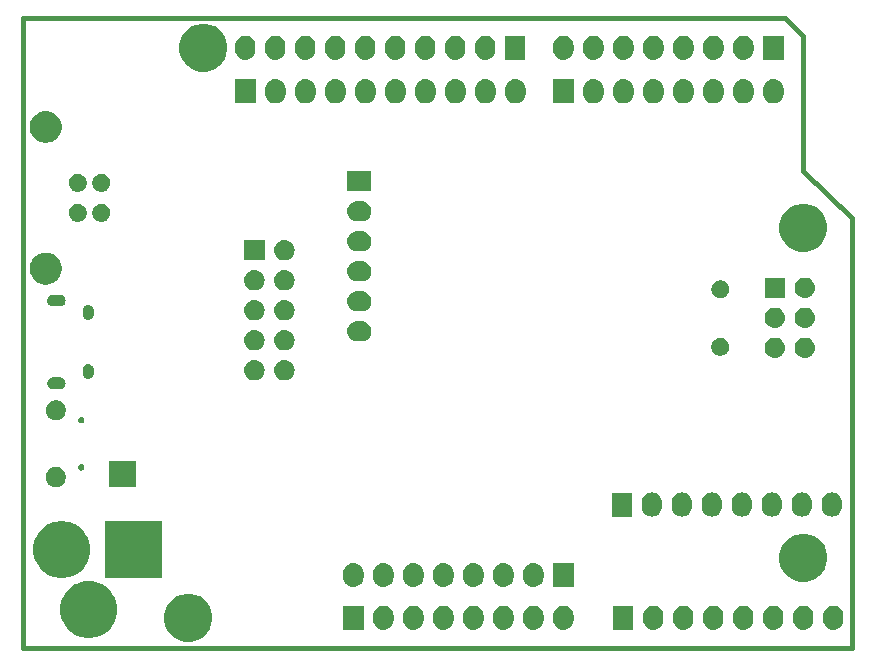
<source format=gbs>
G04 #@! TF.GenerationSoftware,KiCad,Pcbnew,5.1.0-rc1-unknown-6bb8fde~66~ubuntu16.04.1*
G04 #@! TF.CreationDate,2019-02-10T19:19:22+01:00
G04 #@! TF.ProjectId,arduino_unoPB,61726475-696e-46f5-9f75-6e6f50422e6b,rev?*
G04 #@! TF.SameCoordinates,Original*
G04 #@! TF.FileFunction,Soldermask,Bot*
G04 #@! TF.FilePolarity,Negative*
%FSLAX46Y46*%
G04 Gerber Fmt 4.6, Leading zero omitted, Abs format (unit mm)*
G04 Created by KiCad (PCBNEW 5.1.0-rc1-unknown-6bb8fde~66~ubuntu16.04.1) date 2019-02-10 19:19:22*
%MOMM*%
%LPD*%
G04 APERTURE LIST*
%ADD10C,0.400000*%
%ADD11C,0.100000*%
G04 APERTURE END LIST*
D10*
X175831500Y-66294000D02*
X111315500Y-66294000D01*
X181493160Y-83248500D02*
X177355500Y-79248000D01*
X177355500Y-79248000D02*
X177355500Y-67818000D01*
X177355500Y-67818000D02*
X175831500Y-66294000D01*
X181493160Y-83248500D02*
X181493160Y-119634000D01*
X111315500Y-119634000D02*
X181493160Y-119634000D01*
X111315500Y-66294000D02*
X111315500Y-119634000D01*
D11*
G36*
X125888371Y-115140088D02*
G01*
X126258171Y-115293264D01*
X126258173Y-115293265D01*
X126590985Y-115515643D01*
X126874017Y-115798675D01*
X127069006Y-116090496D01*
X127096396Y-116131489D01*
X127249572Y-116501289D01*
X127327660Y-116893864D01*
X127327660Y-117294136D01*
X127249572Y-117686711D01*
X127150620Y-117925602D01*
X127096395Y-118056513D01*
X127060656Y-118110000D01*
X126874018Y-118389324D01*
X126590984Y-118672358D01*
X126425707Y-118782792D01*
X126258173Y-118894735D01*
X126258172Y-118894736D01*
X126258171Y-118894736D01*
X125888371Y-119047912D01*
X125495796Y-119126000D01*
X125095524Y-119126000D01*
X124702949Y-119047912D01*
X124333149Y-118894736D01*
X124333148Y-118894736D01*
X124333147Y-118894735D01*
X124165613Y-118782792D01*
X124000336Y-118672358D01*
X123717302Y-118389324D01*
X123530664Y-118110000D01*
X123494925Y-118056513D01*
X123440700Y-117925602D01*
X123341748Y-117686711D01*
X123263660Y-117294136D01*
X123263660Y-116893864D01*
X123341748Y-116501289D01*
X123494924Y-116131489D01*
X123522315Y-116090496D01*
X123717303Y-115798675D01*
X124000335Y-115515643D01*
X124333147Y-115293265D01*
X124333149Y-115293264D01*
X124702949Y-115140088D01*
X125095524Y-115062000D01*
X125495796Y-115062000D01*
X125888371Y-115140088D01*
X125888371Y-115140088D01*
G37*
G36*
X117560462Y-114087442D02*
G01*
X117612536Y-114109012D01*
X117997287Y-114268381D01*
X117997288Y-114268382D01*
X118390422Y-114531065D01*
X118724755Y-114865398D01*
X118856120Y-115062000D01*
X118987439Y-115258533D01*
X119168378Y-115695359D01*
X119260620Y-116159090D01*
X119260620Y-116631910D01*
X119168378Y-117095641D01*
X118987439Y-117532467D01*
X118987438Y-117532468D01*
X118724755Y-117925602D01*
X118390422Y-118259935D01*
X118127738Y-118435454D01*
X117997287Y-118522619D01*
X117741401Y-118628610D01*
X117560462Y-118703558D01*
X117328595Y-118749679D01*
X117096730Y-118795800D01*
X116623910Y-118795800D01*
X116392045Y-118749679D01*
X116160178Y-118703558D01*
X115979239Y-118628610D01*
X115723353Y-118522619D01*
X115592902Y-118435454D01*
X115330218Y-118259935D01*
X114995885Y-117925602D01*
X114733202Y-117532468D01*
X114733201Y-117532467D01*
X114552262Y-117095641D01*
X114460020Y-116631910D01*
X114460020Y-116159090D01*
X114552262Y-115695359D01*
X114733201Y-115258533D01*
X114864520Y-115062000D01*
X114995885Y-114865398D01*
X115330218Y-114531065D01*
X115723352Y-114268382D01*
X115723353Y-114268381D01*
X116108104Y-114109012D01*
X116160178Y-114087442D01*
X116623910Y-113995200D01*
X117096730Y-113995200D01*
X117560462Y-114087442D01*
X117560462Y-114087442D01*
G37*
G36*
X174984794Y-116090496D02*
G01*
X175105226Y-116127029D01*
X175147587Y-116139879D01*
X175297607Y-116220066D01*
X175297610Y-116220068D01*
X175297611Y-116220069D01*
X175429112Y-116327988D01*
X175537031Y-116459488D01*
X175537033Y-116459492D01*
X175537034Y-116459493D01*
X175617221Y-116609513D01*
X175617222Y-116609516D01*
X175666604Y-116772305D01*
X175666604Y-116772307D01*
X175679100Y-116899179D01*
X175679100Y-117288820D01*
X175678576Y-117294136D01*
X175666604Y-117415694D01*
X175631181Y-117532467D01*
X175617221Y-117578488D01*
X175559374Y-117686711D01*
X175537031Y-117728512D01*
X175429112Y-117860012D01*
X175297612Y-117967931D01*
X175297608Y-117967933D01*
X175297607Y-117967934D01*
X175147587Y-118048121D01*
X175147584Y-118048122D01*
X174984795Y-118097504D01*
X174815500Y-118114178D01*
X174646206Y-118097504D01*
X174483417Y-118048122D01*
X174483414Y-118048121D01*
X174333394Y-117967934D01*
X174333393Y-117967933D01*
X174333389Y-117967931D01*
X174201888Y-117860012D01*
X174093969Y-117728512D01*
X174013780Y-117578488D01*
X174013779Y-117578487D01*
X173999819Y-117532467D01*
X173964396Y-117415695D01*
X173956065Y-117331112D01*
X173951900Y-117288821D01*
X173951900Y-116899180D01*
X173964396Y-116772308D01*
X173964396Y-116772306D01*
X174013778Y-116609517D01*
X174013779Y-116609513D01*
X174093966Y-116459493D01*
X174093970Y-116459488D01*
X174201888Y-116327988D01*
X174333388Y-116220069D01*
X174333392Y-116220067D01*
X174333393Y-116220066D01*
X174483413Y-116139879D01*
X174511071Y-116131489D01*
X174646205Y-116090496D01*
X174815500Y-116073822D01*
X174984794Y-116090496D01*
X174984794Y-116090496D01*
G37*
G36*
X172444794Y-116090496D02*
G01*
X172565226Y-116127029D01*
X172607587Y-116139879D01*
X172757607Y-116220066D01*
X172757610Y-116220068D01*
X172757611Y-116220069D01*
X172889112Y-116327988D01*
X172997031Y-116459488D01*
X172997033Y-116459492D01*
X172997034Y-116459493D01*
X173077221Y-116609513D01*
X173077222Y-116609516D01*
X173126604Y-116772305D01*
X173126604Y-116772307D01*
X173139100Y-116899179D01*
X173139100Y-117288820D01*
X173138576Y-117294136D01*
X173126604Y-117415694D01*
X173091181Y-117532467D01*
X173077221Y-117578488D01*
X173019374Y-117686711D01*
X172997031Y-117728512D01*
X172889112Y-117860012D01*
X172757612Y-117967931D01*
X172757608Y-117967933D01*
X172757607Y-117967934D01*
X172607587Y-118048121D01*
X172607584Y-118048122D01*
X172444795Y-118097504D01*
X172275500Y-118114178D01*
X172106206Y-118097504D01*
X171943417Y-118048122D01*
X171943414Y-118048121D01*
X171793394Y-117967934D01*
X171793393Y-117967933D01*
X171793389Y-117967931D01*
X171661888Y-117860012D01*
X171553969Y-117728512D01*
X171473780Y-117578488D01*
X171473779Y-117578487D01*
X171459819Y-117532467D01*
X171424396Y-117415695D01*
X171416065Y-117331112D01*
X171411900Y-117288821D01*
X171411900Y-116899180D01*
X171424396Y-116772308D01*
X171424396Y-116772306D01*
X171473778Y-116609517D01*
X171473779Y-116609513D01*
X171553966Y-116459493D01*
X171553970Y-116459488D01*
X171661888Y-116327988D01*
X171793388Y-116220069D01*
X171793392Y-116220067D01*
X171793393Y-116220066D01*
X171943413Y-116139879D01*
X171971071Y-116131489D01*
X172106205Y-116090496D01*
X172275500Y-116073822D01*
X172444794Y-116090496D01*
X172444794Y-116090496D01*
G37*
G36*
X169904794Y-116090496D02*
G01*
X170025226Y-116127029D01*
X170067587Y-116139879D01*
X170217607Y-116220066D01*
X170217610Y-116220068D01*
X170217611Y-116220069D01*
X170349112Y-116327988D01*
X170457031Y-116459488D01*
X170457033Y-116459492D01*
X170457034Y-116459493D01*
X170537221Y-116609513D01*
X170537222Y-116609516D01*
X170586604Y-116772305D01*
X170586604Y-116772307D01*
X170599100Y-116899179D01*
X170599100Y-117288820D01*
X170598576Y-117294136D01*
X170586604Y-117415694D01*
X170551181Y-117532467D01*
X170537221Y-117578488D01*
X170479374Y-117686711D01*
X170457031Y-117728512D01*
X170349112Y-117860012D01*
X170217612Y-117967931D01*
X170217608Y-117967933D01*
X170217607Y-117967934D01*
X170067587Y-118048121D01*
X170067584Y-118048122D01*
X169904795Y-118097504D01*
X169735500Y-118114178D01*
X169566206Y-118097504D01*
X169403417Y-118048122D01*
X169403414Y-118048121D01*
X169253394Y-117967934D01*
X169253393Y-117967933D01*
X169253389Y-117967931D01*
X169121888Y-117860012D01*
X169013969Y-117728512D01*
X168933780Y-117578488D01*
X168933779Y-117578487D01*
X168919819Y-117532467D01*
X168884396Y-117415695D01*
X168876065Y-117331112D01*
X168871900Y-117288821D01*
X168871900Y-116899180D01*
X168884396Y-116772308D01*
X168884396Y-116772306D01*
X168933778Y-116609517D01*
X168933779Y-116609513D01*
X169013966Y-116459493D01*
X169013970Y-116459488D01*
X169121888Y-116327988D01*
X169253388Y-116220069D01*
X169253392Y-116220067D01*
X169253393Y-116220066D01*
X169403413Y-116139879D01*
X169431071Y-116131489D01*
X169566205Y-116090496D01*
X169735500Y-116073822D01*
X169904794Y-116090496D01*
X169904794Y-116090496D01*
G37*
G36*
X167364794Y-116090496D02*
G01*
X167485226Y-116127029D01*
X167527587Y-116139879D01*
X167677607Y-116220066D01*
X167677610Y-116220068D01*
X167677611Y-116220069D01*
X167809112Y-116327988D01*
X167917031Y-116459488D01*
X167917033Y-116459492D01*
X167917034Y-116459493D01*
X167997221Y-116609513D01*
X167997222Y-116609516D01*
X168046604Y-116772305D01*
X168046604Y-116772307D01*
X168059100Y-116899179D01*
X168059100Y-117288820D01*
X168058576Y-117294136D01*
X168046604Y-117415694D01*
X168011181Y-117532467D01*
X167997221Y-117578488D01*
X167939374Y-117686711D01*
X167917031Y-117728512D01*
X167809112Y-117860012D01*
X167677612Y-117967931D01*
X167677608Y-117967933D01*
X167677607Y-117967934D01*
X167527587Y-118048121D01*
X167527584Y-118048122D01*
X167364795Y-118097504D01*
X167195500Y-118114178D01*
X167026206Y-118097504D01*
X166863417Y-118048122D01*
X166863414Y-118048121D01*
X166713394Y-117967934D01*
X166713393Y-117967933D01*
X166713389Y-117967931D01*
X166581888Y-117860012D01*
X166473969Y-117728512D01*
X166393780Y-117578488D01*
X166393779Y-117578487D01*
X166379819Y-117532467D01*
X166344396Y-117415695D01*
X166336065Y-117331112D01*
X166331900Y-117288821D01*
X166331900Y-116899180D01*
X166344396Y-116772308D01*
X166344396Y-116772306D01*
X166393778Y-116609517D01*
X166393779Y-116609513D01*
X166473966Y-116459493D01*
X166473970Y-116459488D01*
X166581888Y-116327988D01*
X166713388Y-116220069D01*
X166713392Y-116220067D01*
X166713393Y-116220066D01*
X166863413Y-116139879D01*
X166891071Y-116131489D01*
X167026205Y-116090496D01*
X167195500Y-116073822D01*
X167364794Y-116090496D01*
X167364794Y-116090496D01*
G37*
G36*
X164824794Y-116090496D02*
G01*
X164945226Y-116127029D01*
X164987587Y-116139879D01*
X165137607Y-116220066D01*
X165137610Y-116220068D01*
X165137611Y-116220069D01*
X165269112Y-116327988D01*
X165377031Y-116459488D01*
X165377033Y-116459492D01*
X165377034Y-116459493D01*
X165457221Y-116609513D01*
X165457222Y-116609516D01*
X165506604Y-116772305D01*
X165506604Y-116772307D01*
X165519100Y-116899179D01*
X165519100Y-117288820D01*
X165518576Y-117294136D01*
X165506604Y-117415694D01*
X165471181Y-117532467D01*
X165457221Y-117578488D01*
X165399374Y-117686711D01*
X165377031Y-117728512D01*
X165269112Y-117860012D01*
X165137612Y-117967931D01*
X165137608Y-117967933D01*
X165137607Y-117967934D01*
X164987587Y-118048121D01*
X164987584Y-118048122D01*
X164824795Y-118097504D01*
X164655500Y-118114178D01*
X164486206Y-118097504D01*
X164323417Y-118048122D01*
X164323414Y-118048121D01*
X164173394Y-117967934D01*
X164173393Y-117967933D01*
X164173389Y-117967931D01*
X164041888Y-117860012D01*
X163933969Y-117728512D01*
X163853780Y-117578488D01*
X163853779Y-117578487D01*
X163839819Y-117532467D01*
X163804396Y-117415695D01*
X163796065Y-117331112D01*
X163791900Y-117288821D01*
X163791900Y-116899180D01*
X163804396Y-116772308D01*
X163804396Y-116772306D01*
X163853778Y-116609517D01*
X163853779Y-116609513D01*
X163933966Y-116459493D01*
X163933970Y-116459488D01*
X164041888Y-116327988D01*
X164173388Y-116220069D01*
X164173392Y-116220067D01*
X164173393Y-116220066D01*
X164323413Y-116139879D01*
X164351071Y-116131489D01*
X164486205Y-116090496D01*
X164655500Y-116073822D01*
X164824794Y-116090496D01*
X164824794Y-116090496D01*
G37*
G36*
X157214954Y-116090496D02*
G01*
X157335386Y-116127029D01*
X157377747Y-116139879D01*
X157527767Y-116220066D01*
X157527770Y-116220068D01*
X157527771Y-116220069D01*
X157659272Y-116327988D01*
X157767191Y-116459488D01*
X157767193Y-116459492D01*
X157767194Y-116459493D01*
X157847381Y-116609513D01*
X157847382Y-116609516D01*
X157896764Y-116772305D01*
X157896764Y-116772307D01*
X157909260Y-116899179D01*
X157909260Y-117288820D01*
X157908736Y-117294136D01*
X157896764Y-117415694D01*
X157861341Y-117532467D01*
X157847381Y-117578488D01*
X157789534Y-117686711D01*
X157767191Y-117728512D01*
X157659272Y-117860012D01*
X157527772Y-117967931D01*
X157527768Y-117967933D01*
X157527767Y-117967934D01*
X157377747Y-118048121D01*
X157377744Y-118048122D01*
X157214955Y-118097504D01*
X157045660Y-118114178D01*
X156876366Y-118097504D01*
X156713577Y-118048122D01*
X156713574Y-118048121D01*
X156563554Y-117967934D01*
X156563553Y-117967933D01*
X156563549Y-117967931D01*
X156432048Y-117860012D01*
X156324129Y-117728512D01*
X156243940Y-117578488D01*
X156243939Y-117578487D01*
X156229979Y-117532467D01*
X156194556Y-117415695D01*
X156186225Y-117331112D01*
X156182060Y-117288821D01*
X156182060Y-116899180D01*
X156194556Y-116772308D01*
X156194556Y-116772306D01*
X156243938Y-116609517D01*
X156243939Y-116609513D01*
X156324126Y-116459493D01*
X156324130Y-116459488D01*
X156432048Y-116327988D01*
X156563548Y-116220069D01*
X156563552Y-116220067D01*
X156563553Y-116220066D01*
X156713573Y-116139879D01*
X156741231Y-116131489D01*
X156876365Y-116090496D01*
X157045660Y-116073822D01*
X157214954Y-116090496D01*
X157214954Y-116090496D01*
G37*
G36*
X141974954Y-116090496D02*
G01*
X142095386Y-116127029D01*
X142137747Y-116139879D01*
X142287767Y-116220066D01*
X142287770Y-116220068D01*
X142287771Y-116220069D01*
X142419272Y-116327988D01*
X142527191Y-116459488D01*
X142527193Y-116459492D01*
X142527194Y-116459493D01*
X142607381Y-116609513D01*
X142607382Y-116609516D01*
X142656764Y-116772305D01*
X142656764Y-116772307D01*
X142669260Y-116899179D01*
X142669260Y-117288820D01*
X142668736Y-117294136D01*
X142656764Y-117415694D01*
X142621341Y-117532467D01*
X142607381Y-117578488D01*
X142549534Y-117686711D01*
X142527191Y-117728512D01*
X142419272Y-117860012D01*
X142287772Y-117967931D01*
X142287768Y-117967933D01*
X142287767Y-117967934D01*
X142137747Y-118048121D01*
X142137744Y-118048122D01*
X141974955Y-118097504D01*
X141805660Y-118114178D01*
X141636366Y-118097504D01*
X141473577Y-118048122D01*
X141473574Y-118048121D01*
X141323554Y-117967934D01*
X141323553Y-117967933D01*
X141323549Y-117967931D01*
X141192048Y-117860012D01*
X141084129Y-117728512D01*
X141003940Y-117578488D01*
X141003939Y-117578487D01*
X140989979Y-117532467D01*
X140954556Y-117415695D01*
X140946225Y-117331112D01*
X140942060Y-117288821D01*
X140942060Y-116899180D01*
X140954556Y-116772308D01*
X140954556Y-116772306D01*
X141003938Y-116609517D01*
X141003939Y-116609513D01*
X141084126Y-116459493D01*
X141084130Y-116459488D01*
X141192048Y-116327988D01*
X141323548Y-116220069D01*
X141323552Y-116220067D01*
X141323553Y-116220066D01*
X141473573Y-116139879D01*
X141501231Y-116131489D01*
X141636365Y-116090496D01*
X141805660Y-116073822D01*
X141974954Y-116090496D01*
X141974954Y-116090496D01*
G37*
G36*
X144514954Y-116090496D02*
G01*
X144635386Y-116127029D01*
X144677747Y-116139879D01*
X144827767Y-116220066D01*
X144827770Y-116220068D01*
X144827771Y-116220069D01*
X144959272Y-116327988D01*
X145067191Y-116459488D01*
X145067193Y-116459492D01*
X145067194Y-116459493D01*
X145147381Y-116609513D01*
X145147382Y-116609516D01*
X145196764Y-116772305D01*
X145196764Y-116772307D01*
X145209260Y-116899179D01*
X145209260Y-117288820D01*
X145208736Y-117294136D01*
X145196764Y-117415694D01*
X145161341Y-117532467D01*
X145147381Y-117578488D01*
X145089534Y-117686711D01*
X145067191Y-117728512D01*
X144959272Y-117860012D01*
X144827772Y-117967931D01*
X144827768Y-117967933D01*
X144827767Y-117967934D01*
X144677747Y-118048121D01*
X144677744Y-118048122D01*
X144514955Y-118097504D01*
X144345660Y-118114178D01*
X144176366Y-118097504D01*
X144013577Y-118048122D01*
X144013574Y-118048121D01*
X143863554Y-117967934D01*
X143863553Y-117967933D01*
X143863549Y-117967931D01*
X143732048Y-117860012D01*
X143624129Y-117728512D01*
X143543940Y-117578488D01*
X143543939Y-117578487D01*
X143529979Y-117532467D01*
X143494556Y-117415695D01*
X143486225Y-117331112D01*
X143482060Y-117288821D01*
X143482060Y-116899180D01*
X143494556Y-116772308D01*
X143494556Y-116772306D01*
X143543938Y-116609517D01*
X143543939Y-116609513D01*
X143624126Y-116459493D01*
X143624130Y-116459488D01*
X143732048Y-116327988D01*
X143863548Y-116220069D01*
X143863552Y-116220067D01*
X143863553Y-116220066D01*
X144013573Y-116139879D01*
X144041231Y-116131489D01*
X144176365Y-116090496D01*
X144345660Y-116073822D01*
X144514954Y-116090496D01*
X144514954Y-116090496D01*
G37*
G36*
X180064794Y-116090496D02*
G01*
X180185226Y-116127029D01*
X180227587Y-116139879D01*
X180377607Y-116220066D01*
X180377610Y-116220068D01*
X180377611Y-116220069D01*
X180509112Y-116327988D01*
X180617031Y-116459488D01*
X180617033Y-116459492D01*
X180617034Y-116459493D01*
X180697221Y-116609513D01*
X180697222Y-116609516D01*
X180746604Y-116772305D01*
X180746604Y-116772307D01*
X180759100Y-116899179D01*
X180759100Y-117288820D01*
X180758576Y-117294136D01*
X180746604Y-117415694D01*
X180711181Y-117532467D01*
X180697221Y-117578488D01*
X180639374Y-117686711D01*
X180617031Y-117728512D01*
X180509112Y-117860012D01*
X180377612Y-117967931D01*
X180377608Y-117967933D01*
X180377607Y-117967934D01*
X180227587Y-118048121D01*
X180227584Y-118048122D01*
X180064795Y-118097504D01*
X179895500Y-118114178D01*
X179726206Y-118097504D01*
X179563417Y-118048122D01*
X179563414Y-118048121D01*
X179413394Y-117967934D01*
X179413393Y-117967933D01*
X179413389Y-117967931D01*
X179281888Y-117860012D01*
X179173969Y-117728512D01*
X179093780Y-117578488D01*
X179093779Y-117578487D01*
X179079819Y-117532467D01*
X179044396Y-117415695D01*
X179036065Y-117331112D01*
X179031900Y-117288821D01*
X179031900Y-116899180D01*
X179044396Y-116772308D01*
X179044396Y-116772306D01*
X179093778Y-116609517D01*
X179093779Y-116609513D01*
X179173966Y-116459493D01*
X179173970Y-116459488D01*
X179281888Y-116327988D01*
X179413388Y-116220069D01*
X179413392Y-116220067D01*
X179413393Y-116220066D01*
X179563413Y-116139879D01*
X179591071Y-116131489D01*
X179726205Y-116090496D01*
X179895500Y-116073822D01*
X180064794Y-116090496D01*
X180064794Y-116090496D01*
G37*
G36*
X147054954Y-116090496D02*
G01*
X147175386Y-116127029D01*
X147217747Y-116139879D01*
X147367767Y-116220066D01*
X147367770Y-116220068D01*
X147367771Y-116220069D01*
X147499272Y-116327988D01*
X147607191Y-116459488D01*
X147607193Y-116459492D01*
X147607194Y-116459493D01*
X147687381Y-116609513D01*
X147687382Y-116609516D01*
X147736764Y-116772305D01*
X147736764Y-116772307D01*
X147749260Y-116899179D01*
X147749260Y-117288820D01*
X147748736Y-117294136D01*
X147736764Y-117415694D01*
X147701341Y-117532467D01*
X147687381Y-117578488D01*
X147629534Y-117686711D01*
X147607191Y-117728512D01*
X147499272Y-117860012D01*
X147367772Y-117967931D01*
X147367768Y-117967933D01*
X147367767Y-117967934D01*
X147217747Y-118048121D01*
X147217744Y-118048122D01*
X147054955Y-118097504D01*
X146885660Y-118114178D01*
X146716366Y-118097504D01*
X146553577Y-118048122D01*
X146553574Y-118048121D01*
X146403554Y-117967934D01*
X146403553Y-117967933D01*
X146403549Y-117967931D01*
X146272048Y-117860012D01*
X146164129Y-117728512D01*
X146083940Y-117578488D01*
X146083939Y-117578487D01*
X146069979Y-117532467D01*
X146034556Y-117415695D01*
X146026225Y-117331112D01*
X146022060Y-117288821D01*
X146022060Y-116899180D01*
X146034556Y-116772308D01*
X146034556Y-116772306D01*
X146083938Y-116609517D01*
X146083939Y-116609513D01*
X146164126Y-116459493D01*
X146164130Y-116459488D01*
X146272048Y-116327988D01*
X146403548Y-116220069D01*
X146403552Y-116220067D01*
X146403553Y-116220066D01*
X146553573Y-116139879D01*
X146581231Y-116131489D01*
X146716365Y-116090496D01*
X146885660Y-116073822D01*
X147054954Y-116090496D01*
X147054954Y-116090496D01*
G37*
G36*
X149594954Y-116090496D02*
G01*
X149715386Y-116127029D01*
X149757747Y-116139879D01*
X149907767Y-116220066D01*
X149907770Y-116220068D01*
X149907771Y-116220069D01*
X150039272Y-116327988D01*
X150147191Y-116459488D01*
X150147193Y-116459492D01*
X150147194Y-116459493D01*
X150227381Y-116609513D01*
X150227382Y-116609516D01*
X150276764Y-116772305D01*
X150276764Y-116772307D01*
X150289260Y-116899179D01*
X150289260Y-117288820D01*
X150288736Y-117294136D01*
X150276764Y-117415694D01*
X150241341Y-117532467D01*
X150227381Y-117578488D01*
X150169534Y-117686711D01*
X150147191Y-117728512D01*
X150039272Y-117860012D01*
X149907772Y-117967931D01*
X149907768Y-117967933D01*
X149907767Y-117967934D01*
X149757747Y-118048121D01*
X149757744Y-118048122D01*
X149594955Y-118097504D01*
X149425660Y-118114178D01*
X149256366Y-118097504D01*
X149093577Y-118048122D01*
X149093574Y-118048121D01*
X148943554Y-117967934D01*
X148943553Y-117967933D01*
X148943549Y-117967931D01*
X148812048Y-117860012D01*
X148704129Y-117728512D01*
X148623940Y-117578488D01*
X148623939Y-117578487D01*
X148609979Y-117532467D01*
X148574556Y-117415695D01*
X148566225Y-117331112D01*
X148562060Y-117288821D01*
X148562060Y-116899180D01*
X148574556Y-116772308D01*
X148574556Y-116772306D01*
X148623938Y-116609517D01*
X148623939Y-116609513D01*
X148704126Y-116459493D01*
X148704130Y-116459488D01*
X148812048Y-116327988D01*
X148943548Y-116220069D01*
X148943552Y-116220067D01*
X148943553Y-116220066D01*
X149093573Y-116139879D01*
X149121231Y-116131489D01*
X149256365Y-116090496D01*
X149425660Y-116073822D01*
X149594954Y-116090496D01*
X149594954Y-116090496D01*
G37*
G36*
X152134954Y-116090496D02*
G01*
X152255386Y-116127029D01*
X152297747Y-116139879D01*
X152447767Y-116220066D01*
X152447770Y-116220068D01*
X152447771Y-116220069D01*
X152579272Y-116327988D01*
X152687191Y-116459488D01*
X152687193Y-116459492D01*
X152687194Y-116459493D01*
X152767381Y-116609513D01*
X152767382Y-116609516D01*
X152816764Y-116772305D01*
X152816764Y-116772307D01*
X152829260Y-116899179D01*
X152829260Y-117288820D01*
X152828736Y-117294136D01*
X152816764Y-117415694D01*
X152781341Y-117532467D01*
X152767381Y-117578488D01*
X152709534Y-117686711D01*
X152687191Y-117728512D01*
X152579272Y-117860012D01*
X152447772Y-117967931D01*
X152447768Y-117967933D01*
X152447767Y-117967934D01*
X152297747Y-118048121D01*
X152297744Y-118048122D01*
X152134955Y-118097504D01*
X151965660Y-118114178D01*
X151796366Y-118097504D01*
X151633577Y-118048122D01*
X151633574Y-118048121D01*
X151483554Y-117967934D01*
X151483553Y-117967933D01*
X151483549Y-117967931D01*
X151352048Y-117860012D01*
X151244129Y-117728512D01*
X151163940Y-117578488D01*
X151163939Y-117578487D01*
X151149979Y-117532467D01*
X151114556Y-117415695D01*
X151106225Y-117331112D01*
X151102060Y-117288821D01*
X151102060Y-116899180D01*
X151114556Y-116772308D01*
X151114556Y-116772306D01*
X151163938Y-116609517D01*
X151163939Y-116609513D01*
X151244126Y-116459493D01*
X151244130Y-116459488D01*
X151352048Y-116327988D01*
X151483548Y-116220069D01*
X151483552Y-116220067D01*
X151483553Y-116220066D01*
X151633573Y-116139879D01*
X151661231Y-116131489D01*
X151796365Y-116090496D01*
X151965660Y-116073822D01*
X152134954Y-116090496D01*
X152134954Y-116090496D01*
G37*
G36*
X154674954Y-116090496D02*
G01*
X154795386Y-116127029D01*
X154837747Y-116139879D01*
X154987767Y-116220066D01*
X154987770Y-116220068D01*
X154987771Y-116220069D01*
X155119272Y-116327988D01*
X155227191Y-116459488D01*
X155227193Y-116459492D01*
X155227194Y-116459493D01*
X155307381Y-116609513D01*
X155307382Y-116609516D01*
X155356764Y-116772305D01*
X155356764Y-116772307D01*
X155369260Y-116899179D01*
X155369260Y-117288820D01*
X155368736Y-117294136D01*
X155356764Y-117415694D01*
X155321341Y-117532467D01*
X155307381Y-117578488D01*
X155249534Y-117686711D01*
X155227191Y-117728512D01*
X155119272Y-117860012D01*
X154987772Y-117967931D01*
X154987768Y-117967933D01*
X154987767Y-117967934D01*
X154837747Y-118048121D01*
X154837744Y-118048122D01*
X154674955Y-118097504D01*
X154505660Y-118114178D01*
X154336366Y-118097504D01*
X154173577Y-118048122D01*
X154173574Y-118048121D01*
X154023554Y-117967934D01*
X154023553Y-117967933D01*
X154023549Y-117967931D01*
X153892048Y-117860012D01*
X153784129Y-117728512D01*
X153703940Y-117578488D01*
X153703939Y-117578487D01*
X153689979Y-117532467D01*
X153654556Y-117415695D01*
X153646225Y-117331112D01*
X153642060Y-117288821D01*
X153642060Y-116899180D01*
X153654556Y-116772308D01*
X153654556Y-116772306D01*
X153703938Y-116609517D01*
X153703939Y-116609513D01*
X153784126Y-116459493D01*
X153784130Y-116459488D01*
X153892048Y-116327988D01*
X154023548Y-116220069D01*
X154023552Y-116220067D01*
X154023553Y-116220066D01*
X154173573Y-116139879D01*
X154201231Y-116131489D01*
X154336365Y-116090496D01*
X154505660Y-116073822D01*
X154674954Y-116090496D01*
X154674954Y-116090496D01*
G37*
G36*
X177524794Y-116090496D02*
G01*
X177645226Y-116127029D01*
X177687587Y-116139879D01*
X177837607Y-116220066D01*
X177837610Y-116220068D01*
X177837611Y-116220069D01*
X177969112Y-116327988D01*
X178077031Y-116459488D01*
X178077033Y-116459492D01*
X178077034Y-116459493D01*
X178157221Y-116609513D01*
X178157222Y-116609516D01*
X178206604Y-116772305D01*
X178206604Y-116772307D01*
X178219100Y-116899179D01*
X178219100Y-117288820D01*
X178218576Y-117294136D01*
X178206604Y-117415694D01*
X178171181Y-117532467D01*
X178157221Y-117578488D01*
X178099374Y-117686711D01*
X178077031Y-117728512D01*
X177969112Y-117860012D01*
X177837612Y-117967931D01*
X177837608Y-117967933D01*
X177837607Y-117967934D01*
X177687587Y-118048121D01*
X177687584Y-118048122D01*
X177524795Y-118097504D01*
X177355500Y-118114178D01*
X177186206Y-118097504D01*
X177023417Y-118048122D01*
X177023414Y-118048121D01*
X176873394Y-117967934D01*
X176873393Y-117967933D01*
X176873389Y-117967931D01*
X176741888Y-117860012D01*
X176633969Y-117728512D01*
X176553780Y-117578488D01*
X176553779Y-117578487D01*
X176539819Y-117532467D01*
X176504396Y-117415695D01*
X176496065Y-117331112D01*
X176491900Y-117288821D01*
X176491900Y-116899180D01*
X176504396Y-116772308D01*
X176504396Y-116772306D01*
X176553778Y-116609517D01*
X176553779Y-116609513D01*
X176633966Y-116459493D01*
X176633970Y-116459488D01*
X176741888Y-116327988D01*
X176873388Y-116220069D01*
X176873392Y-116220067D01*
X176873393Y-116220066D01*
X177023413Y-116139879D01*
X177051071Y-116131489D01*
X177186205Y-116090496D01*
X177355500Y-116073822D01*
X177524794Y-116090496D01*
X177524794Y-116090496D01*
G37*
G36*
X140129260Y-118110000D02*
G01*
X138402060Y-118110000D01*
X138402060Y-116078000D01*
X140129260Y-116078000D01*
X140129260Y-118110000D01*
X140129260Y-118110000D01*
G37*
G36*
X162979100Y-118110000D02*
G01*
X161251900Y-118110000D01*
X161251900Y-116078000D01*
X162979100Y-116078000D01*
X162979100Y-118110000D01*
X162979100Y-118110000D01*
G37*
G36*
X154674955Y-112470996D02*
G01*
X154837744Y-112520378D01*
X154837747Y-112520379D01*
X154987767Y-112600566D01*
X154987768Y-112600567D01*
X154987772Y-112600569D01*
X155119272Y-112708488D01*
X155227191Y-112839988D01*
X155227192Y-112839990D01*
X155227194Y-112839993D01*
X155307381Y-112990012D01*
X155307382Y-112990016D01*
X155356764Y-113152806D01*
X155369260Y-113279681D01*
X155369260Y-113669320D01*
X155356764Y-113796195D01*
X155307382Y-113958983D01*
X155307381Y-113958987D01*
X155227194Y-114109007D01*
X155227191Y-114109012D01*
X155119272Y-114240512D01*
X154987771Y-114348431D01*
X154987767Y-114348434D01*
X154837747Y-114428621D01*
X154795386Y-114441471D01*
X154674954Y-114478004D01*
X154505660Y-114494678D01*
X154336365Y-114478004D01*
X154173576Y-114428622D01*
X154173573Y-114428621D01*
X154023553Y-114348434D01*
X154023552Y-114348433D01*
X154023548Y-114348431D01*
X153892048Y-114240512D01*
X153784129Y-114109011D01*
X153784128Y-114109010D01*
X153784126Y-114109007D01*
X153703939Y-113958987D01*
X153660181Y-113814736D01*
X153654556Y-113796194D01*
X153642060Y-113669319D01*
X153642060Y-113279680D01*
X153654556Y-113152805D01*
X153703938Y-112990016D01*
X153703939Y-112990013D01*
X153784128Y-112839990D01*
X153784129Y-112839988D01*
X153892048Y-112708488D01*
X154023549Y-112600569D01*
X154023553Y-112600567D01*
X154023554Y-112600566D01*
X154173574Y-112520379D01*
X154173577Y-112520378D01*
X154336366Y-112470996D01*
X154505660Y-112454322D01*
X154674955Y-112470996D01*
X154674955Y-112470996D01*
G37*
G36*
X139434955Y-112470996D02*
G01*
X139597744Y-112520378D01*
X139597747Y-112520379D01*
X139747767Y-112600566D01*
X139747768Y-112600567D01*
X139747772Y-112600569D01*
X139879272Y-112708488D01*
X139987191Y-112839988D01*
X139987192Y-112839990D01*
X139987194Y-112839993D01*
X140067381Y-112990012D01*
X140067382Y-112990016D01*
X140116764Y-113152806D01*
X140129260Y-113279681D01*
X140129260Y-113669320D01*
X140116764Y-113796195D01*
X140067382Y-113958983D01*
X140067381Y-113958987D01*
X139987194Y-114109007D01*
X139987191Y-114109012D01*
X139879272Y-114240512D01*
X139747771Y-114348431D01*
X139747767Y-114348434D01*
X139597747Y-114428621D01*
X139555386Y-114441471D01*
X139434954Y-114478004D01*
X139265660Y-114494678D01*
X139096365Y-114478004D01*
X138933576Y-114428622D01*
X138933573Y-114428621D01*
X138783553Y-114348434D01*
X138783552Y-114348433D01*
X138783548Y-114348431D01*
X138652048Y-114240512D01*
X138544129Y-114109011D01*
X138544128Y-114109010D01*
X138544126Y-114109007D01*
X138463939Y-113958987D01*
X138420181Y-113814736D01*
X138414556Y-113796194D01*
X138402060Y-113669319D01*
X138402060Y-113279680D01*
X138414556Y-113152805D01*
X138463938Y-112990016D01*
X138463939Y-112990013D01*
X138544128Y-112839990D01*
X138544129Y-112839988D01*
X138652048Y-112708488D01*
X138783549Y-112600569D01*
X138783553Y-112600567D01*
X138783554Y-112600566D01*
X138933574Y-112520379D01*
X138933577Y-112520378D01*
X139096366Y-112470996D01*
X139265660Y-112454322D01*
X139434955Y-112470996D01*
X139434955Y-112470996D01*
G37*
G36*
X141974955Y-112470996D02*
G01*
X142137744Y-112520378D01*
X142137747Y-112520379D01*
X142287767Y-112600566D01*
X142287768Y-112600567D01*
X142287772Y-112600569D01*
X142419272Y-112708488D01*
X142527191Y-112839988D01*
X142527192Y-112839990D01*
X142527194Y-112839993D01*
X142607381Y-112990012D01*
X142607382Y-112990016D01*
X142656764Y-113152806D01*
X142669260Y-113279681D01*
X142669260Y-113669320D01*
X142656764Y-113796195D01*
X142607382Y-113958983D01*
X142607381Y-113958987D01*
X142527194Y-114109007D01*
X142527191Y-114109012D01*
X142419272Y-114240512D01*
X142287771Y-114348431D01*
X142287767Y-114348434D01*
X142137747Y-114428621D01*
X142095386Y-114441471D01*
X141974954Y-114478004D01*
X141805660Y-114494678D01*
X141636365Y-114478004D01*
X141473576Y-114428622D01*
X141473573Y-114428621D01*
X141323553Y-114348434D01*
X141323552Y-114348433D01*
X141323548Y-114348431D01*
X141192048Y-114240512D01*
X141084129Y-114109011D01*
X141084128Y-114109010D01*
X141084126Y-114109007D01*
X141003939Y-113958987D01*
X140960181Y-113814736D01*
X140954556Y-113796194D01*
X140942060Y-113669319D01*
X140942060Y-113279680D01*
X140954556Y-113152805D01*
X141003938Y-112990016D01*
X141003939Y-112990013D01*
X141084128Y-112839990D01*
X141084129Y-112839988D01*
X141192048Y-112708488D01*
X141323549Y-112600569D01*
X141323553Y-112600567D01*
X141323554Y-112600566D01*
X141473574Y-112520379D01*
X141473577Y-112520378D01*
X141636366Y-112470996D01*
X141805660Y-112454322D01*
X141974955Y-112470996D01*
X141974955Y-112470996D01*
G37*
G36*
X144514955Y-112470996D02*
G01*
X144677744Y-112520378D01*
X144677747Y-112520379D01*
X144827767Y-112600566D01*
X144827768Y-112600567D01*
X144827772Y-112600569D01*
X144959272Y-112708488D01*
X145067191Y-112839988D01*
X145067192Y-112839990D01*
X145067194Y-112839993D01*
X145147381Y-112990012D01*
X145147382Y-112990016D01*
X145196764Y-113152806D01*
X145209260Y-113279681D01*
X145209260Y-113669320D01*
X145196764Y-113796195D01*
X145147382Y-113958983D01*
X145147381Y-113958987D01*
X145067194Y-114109007D01*
X145067191Y-114109012D01*
X144959272Y-114240512D01*
X144827771Y-114348431D01*
X144827767Y-114348434D01*
X144677747Y-114428621D01*
X144635386Y-114441471D01*
X144514954Y-114478004D01*
X144345660Y-114494678D01*
X144176365Y-114478004D01*
X144013576Y-114428622D01*
X144013573Y-114428621D01*
X143863553Y-114348434D01*
X143863552Y-114348433D01*
X143863548Y-114348431D01*
X143732048Y-114240512D01*
X143624129Y-114109011D01*
X143624128Y-114109010D01*
X143624126Y-114109007D01*
X143543939Y-113958987D01*
X143500181Y-113814736D01*
X143494556Y-113796194D01*
X143482060Y-113669319D01*
X143482060Y-113279680D01*
X143494556Y-113152805D01*
X143543938Y-112990016D01*
X143543939Y-112990013D01*
X143624128Y-112839990D01*
X143624129Y-112839988D01*
X143732048Y-112708488D01*
X143863549Y-112600569D01*
X143863553Y-112600567D01*
X143863554Y-112600566D01*
X144013574Y-112520379D01*
X144013577Y-112520378D01*
X144176366Y-112470996D01*
X144345660Y-112454322D01*
X144514955Y-112470996D01*
X144514955Y-112470996D01*
G37*
G36*
X147054955Y-112470996D02*
G01*
X147217744Y-112520378D01*
X147217747Y-112520379D01*
X147367767Y-112600566D01*
X147367768Y-112600567D01*
X147367772Y-112600569D01*
X147499272Y-112708488D01*
X147607191Y-112839988D01*
X147607192Y-112839990D01*
X147607194Y-112839993D01*
X147687381Y-112990012D01*
X147687382Y-112990016D01*
X147736764Y-113152806D01*
X147749260Y-113279681D01*
X147749260Y-113669320D01*
X147736764Y-113796195D01*
X147687382Y-113958983D01*
X147687381Y-113958987D01*
X147607194Y-114109007D01*
X147607191Y-114109012D01*
X147499272Y-114240512D01*
X147367771Y-114348431D01*
X147367767Y-114348434D01*
X147217747Y-114428621D01*
X147175386Y-114441471D01*
X147054954Y-114478004D01*
X146885660Y-114494678D01*
X146716365Y-114478004D01*
X146553576Y-114428622D01*
X146553573Y-114428621D01*
X146403553Y-114348434D01*
X146403552Y-114348433D01*
X146403548Y-114348431D01*
X146272048Y-114240512D01*
X146164129Y-114109011D01*
X146164128Y-114109010D01*
X146164126Y-114109007D01*
X146083939Y-113958987D01*
X146040181Y-113814736D01*
X146034556Y-113796194D01*
X146022060Y-113669319D01*
X146022060Y-113279680D01*
X146034556Y-113152805D01*
X146083938Y-112990016D01*
X146083939Y-112990013D01*
X146164128Y-112839990D01*
X146164129Y-112839988D01*
X146272048Y-112708488D01*
X146403549Y-112600569D01*
X146403553Y-112600567D01*
X146403554Y-112600566D01*
X146553574Y-112520379D01*
X146553577Y-112520378D01*
X146716366Y-112470996D01*
X146885660Y-112454322D01*
X147054955Y-112470996D01*
X147054955Y-112470996D01*
G37*
G36*
X149594955Y-112470996D02*
G01*
X149757744Y-112520378D01*
X149757747Y-112520379D01*
X149907767Y-112600566D01*
X149907768Y-112600567D01*
X149907772Y-112600569D01*
X150039272Y-112708488D01*
X150147191Y-112839988D01*
X150147192Y-112839990D01*
X150147194Y-112839993D01*
X150227381Y-112990012D01*
X150227382Y-112990016D01*
X150276764Y-113152806D01*
X150289260Y-113279681D01*
X150289260Y-113669320D01*
X150276764Y-113796195D01*
X150227382Y-113958983D01*
X150227381Y-113958987D01*
X150147194Y-114109007D01*
X150147191Y-114109012D01*
X150039272Y-114240512D01*
X149907771Y-114348431D01*
X149907767Y-114348434D01*
X149757747Y-114428621D01*
X149715386Y-114441471D01*
X149594954Y-114478004D01*
X149425660Y-114494678D01*
X149256365Y-114478004D01*
X149093576Y-114428622D01*
X149093573Y-114428621D01*
X148943553Y-114348434D01*
X148943552Y-114348433D01*
X148943548Y-114348431D01*
X148812048Y-114240512D01*
X148704129Y-114109011D01*
X148704128Y-114109010D01*
X148704126Y-114109007D01*
X148623939Y-113958987D01*
X148580181Y-113814736D01*
X148574556Y-113796194D01*
X148562060Y-113669319D01*
X148562060Y-113279680D01*
X148574556Y-113152805D01*
X148623938Y-112990016D01*
X148623939Y-112990013D01*
X148704128Y-112839990D01*
X148704129Y-112839988D01*
X148812048Y-112708488D01*
X148943549Y-112600569D01*
X148943553Y-112600567D01*
X148943554Y-112600566D01*
X149093574Y-112520379D01*
X149093577Y-112520378D01*
X149256366Y-112470996D01*
X149425660Y-112454322D01*
X149594955Y-112470996D01*
X149594955Y-112470996D01*
G37*
G36*
X152134955Y-112470996D02*
G01*
X152297744Y-112520378D01*
X152297747Y-112520379D01*
X152447767Y-112600566D01*
X152447768Y-112600567D01*
X152447772Y-112600569D01*
X152579272Y-112708488D01*
X152687191Y-112839988D01*
X152687192Y-112839990D01*
X152687194Y-112839993D01*
X152767381Y-112990012D01*
X152767382Y-112990016D01*
X152816764Y-113152806D01*
X152829260Y-113279681D01*
X152829260Y-113669320D01*
X152816764Y-113796195D01*
X152767382Y-113958983D01*
X152767381Y-113958987D01*
X152687194Y-114109007D01*
X152687191Y-114109012D01*
X152579272Y-114240512D01*
X152447771Y-114348431D01*
X152447767Y-114348434D01*
X152297747Y-114428621D01*
X152255386Y-114441471D01*
X152134954Y-114478004D01*
X151965660Y-114494678D01*
X151796365Y-114478004D01*
X151633576Y-114428622D01*
X151633573Y-114428621D01*
X151483553Y-114348434D01*
X151483552Y-114348433D01*
X151483548Y-114348431D01*
X151352048Y-114240512D01*
X151244129Y-114109011D01*
X151244128Y-114109010D01*
X151244126Y-114109007D01*
X151163939Y-113958987D01*
X151120181Y-113814736D01*
X151114556Y-113796194D01*
X151102060Y-113669319D01*
X151102060Y-113279680D01*
X151114556Y-113152805D01*
X151163938Y-112990016D01*
X151163939Y-112990013D01*
X151244128Y-112839990D01*
X151244129Y-112839988D01*
X151352048Y-112708488D01*
X151483549Y-112600569D01*
X151483553Y-112600567D01*
X151483554Y-112600566D01*
X151633574Y-112520379D01*
X151633577Y-112520378D01*
X151796366Y-112470996D01*
X151965660Y-112454322D01*
X152134955Y-112470996D01*
X152134955Y-112470996D01*
G37*
G36*
X157909260Y-114490500D02*
G01*
X156182060Y-114490500D01*
X156182060Y-112458500D01*
X157909260Y-112458500D01*
X157909260Y-114490500D01*
X157909260Y-114490500D01*
G37*
G36*
X177958371Y-110060088D02*
G01*
X178328171Y-110213264D01*
X178328173Y-110213265D01*
X178495707Y-110325208D01*
X178660984Y-110435642D01*
X178944018Y-110718676D01*
X179166396Y-111051489D01*
X179319572Y-111421289D01*
X179397660Y-111813864D01*
X179397660Y-112214136D01*
X179319572Y-112606711D01*
X179220620Y-112845602D01*
X179166395Y-112976513D01*
X179054452Y-113144047D01*
X178944018Y-113309324D01*
X178660984Y-113592358D01*
X178545803Y-113669319D01*
X178328173Y-113814735D01*
X178328172Y-113814736D01*
X178328171Y-113814736D01*
X177958371Y-113967912D01*
X177565796Y-114046000D01*
X177165524Y-114046000D01*
X176772949Y-113967912D01*
X176403149Y-113814736D01*
X176403148Y-113814736D01*
X176403147Y-113814735D01*
X176185517Y-113669319D01*
X176070336Y-113592358D01*
X175787302Y-113309324D01*
X175676868Y-113144047D01*
X175564925Y-112976513D01*
X175510700Y-112845602D01*
X175411748Y-112606711D01*
X175333660Y-112214136D01*
X175333660Y-111813864D01*
X175411748Y-111421289D01*
X175564924Y-111051489D01*
X175787302Y-110718676D01*
X176070336Y-110435642D01*
X176235613Y-110325208D01*
X176403147Y-110213265D01*
X176403149Y-110213264D01*
X176772949Y-110060088D01*
X177165524Y-109982000D01*
X177565796Y-109982000D01*
X177958371Y-110060088D01*
X177958371Y-110060088D01*
G37*
G36*
X115042595Y-108961321D02*
G01*
X115274462Y-109007442D01*
X115455401Y-109082390D01*
X115711287Y-109188381D01*
X115711288Y-109188382D01*
X116104422Y-109451065D01*
X116438755Y-109785398D01*
X116570120Y-109982000D01*
X116701439Y-110178533D01*
X116882378Y-110615359D01*
X116974620Y-111079090D01*
X116974620Y-111551910D01*
X116882378Y-112015641D01*
X116701439Y-112452467D01*
X116614274Y-112582918D01*
X116438755Y-112845602D01*
X116104422Y-113179935D01*
X115841738Y-113355454D01*
X115711287Y-113442619D01*
X115455401Y-113548610D01*
X115274462Y-113623558D01*
X115044405Y-113669319D01*
X114810730Y-113715800D01*
X114337910Y-113715800D01*
X114104235Y-113669319D01*
X113874178Y-113623558D01*
X113693239Y-113548610D01*
X113437353Y-113442619D01*
X113306902Y-113355454D01*
X113044218Y-113179935D01*
X112709885Y-112845602D01*
X112534366Y-112582918D01*
X112447201Y-112452467D01*
X112266262Y-112015641D01*
X112174020Y-111551910D01*
X112174020Y-111079090D01*
X112266262Y-110615359D01*
X112447201Y-110178533D01*
X112578520Y-109982000D01*
X112709885Y-109785398D01*
X113044218Y-109451065D01*
X113437352Y-109188382D01*
X113437353Y-109188381D01*
X113693239Y-109082390D01*
X113874178Y-109007442D01*
X114106045Y-108961321D01*
X114337910Y-108915200D01*
X114810730Y-108915200D01*
X115042595Y-108961321D01*
X115042595Y-108961321D01*
G37*
G36*
X123070620Y-113715800D02*
G01*
X118270020Y-113715800D01*
X118270020Y-108915200D01*
X123070620Y-108915200D01*
X123070620Y-113715800D01*
X123070620Y-113715800D01*
G37*
G36*
X177407954Y-106501996D02*
G01*
X177528386Y-106538529D01*
X177570747Y-106551379D01*
X177720767Y-106631566D01*
X177720770Y-106631568D01*
X177720771Y-106631569D01*
X177852272Y-106739488D01*
X177960191Y-106870988D01*
X177960193Y-106870992D01*
X177960194Y-106870993D01*
X178040381Y-107021013D01*
X178040382Y-107021016D01*
X178089764Y-107183805D01*
X178102260Y-107310680D01*
X178102260Y-107700319D01*
X178089764Y-107827194D01*
X178053231Y-107947628D01*
X178040381Y-107989988D01*
X177960194Y-108140007D01*
X177960191Y-108140012D01*
X177852272Y-108271512D01*
X177720772Y-108379431D01*
X177720768Y-108379433D01*
X177720767Y-108379434D01*
X177570747Y-108459621D01*
X177570744Y-108459622D01*
X177407955Y-108509004D01*
X177238660Y-108525678D01*
X177069366Y-108509004D01*
X176906577Y-108459622D01*
X176906574Y-108459621D01*
X176756554Y-108379434D01*
X176756553Y-108379433D01*
X176756549Y-108379431D01*
X176625048Y-108271512D01*
X176517129Y-108140012D01*
X176436940Y-107989988D01*
X176436939Y-107989987D01*
X176436938Y-107989984D01*
X176387556Y-107827195D01*
X176375060Y-107700320D01*
X176375060Y-107310681D01*
X176387556Y-107183806D01*
X176436938Y-107021017D01*
X176436939Y-107021013D01*
X176517126Y-106870993D01*
X176517130Y-106870988D01*
X176625048Y-106739488D01*
X176756548Y-106631569D01*
X176756552Y-106631567D01*
X176756553Y-106631566D01*
X176906573Y-106551379D01*
X176906576Y-106551378D01*
X177069365Y-106501996D01*
X177238660Y-106485322D01*
X177407954Y-106501996D01*
X177407954Y-106501996D01*
G37*
G36*
X169787954Y-106501996D02*
G01*
X169908386Y-106538529D01*
X169950747Y-106551379D01*
X170100767Y-106631566D01*
X170100770Y-106631568D01*
X170100771Y-106631569D01*
X170232272Y-106739488D01*
X170340191Y-106870988D01*
X170340193Y-106870992D01*
X170340194Y-106870993D01*
X170420381Y-107021013D01*
X170420382Y-107021016D01*
X170469764Y-107183805D01*
X170482260Y-107310680D01*
X170482260Y-107700319D01*
X170469764Y-107827194D01*
X170433231Y-107947628D01*
X170420381Y-107989988D01*
X170340194Y-108140007D01*
X170340191Y-108140012D01*
X170232272Y-108271512D01*
X170100772Y-108379431D01*
X170100768Y-108379433D01*
X170100767Y-108379434D01*
X169950747Y-108459621D01*
X169950744Y-108459622D01*
X169787955Y-108509004D01*
X169618660Y-108525678D01*
X169449366Y-108509004D01*
X169286577Y-108459622D01*
X169286574Y-108459621D01*
X169136554Y-108379434D01*
X169136553Y-108379433D01*
X169136549Y-108379431D01*
X169005048Y-108271512D01*
X168897129Y-108140012D01*
X168816940Y-107989988D01*
X168816939Y-107989987D01*
X168816938Y-107989984D01*
X168767556Y-107827195D01*
X168755060Y-107700320D01*
X168755060Y-107310681D01*
X168767556Y-107183806D01*
X168816938Y-107021017D01*
X168816939Y-107021013D01*
X168897126Y-106870993D01*
X168897130Y-106870988D01*
X169005048Y-106739488D01*
X169136548Y-106631569D01*
X169136552Y-106631567D01*
X169136553Y-106631566D01*
X169286573Y-106551379D01*
X169286576Y-106551378D01*
X169449365Y-106501996D01*
X169618660Y-106485322D01*
X169787954Y-106501996D01*
X169787954Y-106501996D01*
G37*
G36*
X167247954Y-106501996D02*
G01*
X167368386Y-106538529D01*
X167410747Y-106551379D01*
X167560767Y-106631566D01*
X167560770Y-106631568D01*
X167560771Y-106631569D01*
X167692272Y-106739488D01*
X167800191Y-106870988D01*
X167800193Y-106870992D01*
X167800194Y-106870993D01*
X167880381Y-107021013D01*
X167880382Y-107021016D01*
X167929764Y-107183805D01*
X167942260Y-107310680D01*
X167942260Y-107700319D01*
X167929764Y-107827194D01*
X167893231Y-107947628D01*
X167880381Y-107989988D01*
X167800194Y-108140007D01*
X167800191Y-108140012D01*
X167692272Y-108271512D01*
X167560772Y-108379431D01*
X167560768Y-108379433D01*
X167560767Y-108379434D01*
X167410747Y-108459621D01*
X167410744Y-108459622D01*
X167247955Y-108509004D01*
X167078660Y-108525678D01*
X166909366Y-108509004D01*
X166746577Y-108459622D01*
X166746574Y-108459621D01*
X166596554Y-108379434D01*
X166596553Y-108379433D01*
X166596549Y-108379431D01*
X166465048Y-108271512D01*
X166357129Y-108140012D01*
X166276940Y-107989988D01*
X166276939Y-107989987D01*
X166276938Y-107989984D01*
X166227556Y-107827195D01*
X166215060Y-107700320D01*
X166215060Y-107310681D01*
X166227556Y-107183806D01*
X166276938Y-107021017D01*
X166276939Y-107021013D01*
X166357126Y-106870993D01*
X166357130Y-106870988D01*
X166465048Y-106739488D01*
X166596548Y-106631569D01*
X166596552Y-106631567D01*
X166596553Y-106631566D01*
X166746573Y-106551379D01*
X166746576Y-106551378D01*
X166909365Y-106501996D01*
X167078660Y-106485322D01*
X167247954Y-106501996D01*
X167247954Y-106501996D01*
G37*
G36*
X164707954Y-106501996D02*
G01*
X164828386Y-106538529D01*
X164870747Y-106551379D01*
X165020767Y-106631566D01*
X165020770Y-106631568D01*
X165020771Y-106631569D01*
X165152272Y-106739488D01*
X165260191Y-106870988D01*
X165260193Y-106870992D01*
X165260194Y-106870993D01*
X165340381Y-107021013D01*
X165340382Y-107021016D01*
X165389764Y-107183805D01*
X165402260Y-107310680D01*
X165402260Y-107700319D01*
X165389764Y-107827194D01*
X165353231Y-107947628D01*
X165340381Y-107989988D01*
X165260194Y-108140007D01*
X165260191Y-108140012D01*
X165152272Y-108271512D01*
X165020772Y-108379431D01*
X165020768Y-108379433D01*
X165020767Y-108379434D01*
X164870747Y-108459621D01*
X164870744Y-108459622D01*
X164707955Y-108509004D01*
X164538660Y-108525678D01*
X164369366Y-108509004D01*
X164206577Y-108459622D01*
X164206574Y-108459621D01*
X164056554Y-108379434D01*
X164056553Y-108379433D01*
X164056549Y-108379431D01*
X163925048Y-108271512D01*
X163817129Y-108140012D01*
X163736940Y-107989988D01*
X163736939Y-107989987D01*
X163736938Y-107989984D01*
X163687556Y-107827195D01*
X163675060Y-107700320D01*
X163675060Y-107310681D01*
X163687556Y-107183806D01*
X163736938Y-107021017D01*
X163736939Y-107021013D01*
X163817126Y-106870993D01*
X163817130Y-106870988D01*
X163925048Y-106739488D01*
X164056548Y-106631569D01*
X164056552Y-106631567D01*
X164056553Y-106631566D01*
X164206573Y-106551379D01*
X164206576Y-106551378D01*
X164369365Y-106501996D01*
X164538660Y-106485322D01*
X164707954Y-106501996D01*
X164707954Y-106501996D01*
G37*
G36*
X174867954Y-106501996D02*
G01*
X174988386Y-106538529D01*
X175030747Y-106551379D01*
X175180767Y-106631566D01*
X175180770Y-106631568D01*
X175180771Y-106631569D01*
X175312272Y-106739488D01*
X175420191Y-106870988D01*
X175420193Y-106870992D01*
X175420194Y-106870993D01*
X175500381Y-107021013D01*
X175500382Y-107021016D01*
X175549764Y-107183805D01*
X175562260Y-107310680D01*
X175562260Y-107700319D01*
X175549764Y-107827194D01*
X175513231Y-107947628D01*
X175500381Y-107989988D01*
X175420194Y-108140007D01*
X175420191Y-108140012D01*
X175312272Y-108271512D01*
X175180772Y-108379431D01*
X175180768Y-108379433D01*
X175180767Y-108379434D01*
X175030747Y-108459621D01*
X175030744Y-108459622D01*
X174867955Y-108509004D01*
X174698660Y-108525678D01*
X174529366Y-108509004D01*
X174366577Y-108459622D01*
X174366574Y-108459621D01*
X174216554Y-108379434D01*
X174216553Y-108379433D01*
X174216549Y-108379431D01*
X174085048Y-108271512D01*
X173977129Y-108140012D01*
X173896940Y-107989988D01*
X173896939Y-107989987D01*
X173896938Y-107989984D01*
X173847556Y-107827195D01*
X173835060Y-107700320D01*
X173835060Y-107310681D01*
X173847556Y-107183806D01*
X173896938Y-107021017D01*
X173896939Y-107021013D01*
X173977126Y-106870993D01*
X173977130Y-106870988D01*
X174085048Y-106739488D01*
X174216548Y-106631569D01*
X174216552Y-106631567D01*
X174216553Y-106631566D01*
X174366573Y-106551379D01*
X174366576Y-106551378D01*
X174529365Y-106501996D01*
X174698660Y-106485322D01*
X174867954Y-106501996D01*
X174867954Y-106501996D01*
G37*
G36*
X179947954Y-106501996D02*
G01*
X180068386Y-106538529D01*
X180110747Y-106551379D01*
X180260767Y-106631566D01*
X180260770Y-106631568D01*
X180260771Y-106631569D01*
X180392272Y-106739488D01*
X180500191Y-106870988D01*
X180500193Y-106870992D01*
X180500194Y-106870993D01*
X180580381Y-107021013D01*
X180580382Y-107021016D01*
X180629764Y-107183805D01*
X180642260Y-107310680D01*
X180642260Y-107700319D01*
X180629764Y-107827194D01*
X180593231Y-107947628D01*
X180580381Y-107989988D01*
X180500194Y-108140007D01*
X180500191Y-108140012D01*
X180392272Y-108271512D01*
X180260772Y-108379431D01*
X180260768Y-108379433D01*
X180260767Y-108379434D01*
X180110747Y-108459621D01*
X180110744Y-108459622D01*
X179947955Y-108509004D01*
X179778660Y-108525678D01*
X179609366Y-108509004D01*
X179446577Y-108459622D01*
X179446574Y-108459621D01*
X179296554Y-108379434D01*
X179296553Y-108379433D01*
X179296549Y-108379431D01*
X179165048Y-108271512D01*
X179057129Y-108140012D01*
X178976940Y-107989988D01*
X178976939Y-107989987D01*
X178976938Y-107989984D01*
X178927556Y-107827195D01*
X178915060Y-107700320D01*
X178915060Y-107310681D01*
X178927556Y-107183806D01*
X178976938Y-107021017D01*
X178976939Y-107021013D01*
X179057126Y-106870993D01*
X179057130Y-106870988D01*
X179165048Y-106739488D01*
X179296548Y-106631569D01*
X179296552Y-106631567D01*
X179296553Y-106631566D01*
X179446573Y-106551379D01*
X179446576Y-106551378D01*
X179609365Y-106501996D01*
X179778660Y-106485322D01*
X179947954Y-106501996D01*
X179947954Y-106501996D01*
G37*
G36*
X172327954Y-106501996D02*
G01*
X172448386Y-106538529D01*
X172490747Y-106551379D01*
X172640767Y-106631566D01*
X172640770Y-106631568D01*
X172640771Y-106631569D01*
X172772272Y-106739488D01*
X172880191Y-106870988D01*
X172880193Y-106870992D01*
X172880194Y-106870993D01*
X172960381Y-107021013D01*
X172960382Y-107021016D01*
X173009764Y-107183805D01*
X173022260Y-107310680D01*
X173022260Y-107700319D01*
X173009764Y-107827194D01*
X172973231Y-107947628D01*
X172960381Y-107989988D01*
X172880194Y-108140007D01*
X172880191Y-108140012D01*
X172772272Y-108271512D01*
X172640772Y-108379431D01*
X172640768Y-108379433D01*
X172640767Y-108379434D01*
X172490747Y-108459621D01*
X172490744Y-108459622D01*
X172327955Y-108509004D01*
X172158660Y-108525678D01*
X171989366Y-108509004D01*
X171826577Y-108459622D01*
X171826574Y-108459621D01*
X171676554Y-108379434D01*
X171676553Y-108379433D01*
X171676549Y-108379431D01*
X171545048Y-108271512D01*
X171437129Y-108140012D01*
X171356940Y-107989988D01*
X171356939Y-107989987D01*
X171356938Y-107989984D01*
X171307556Y-107827195D01*
X171295060Y-107700320D01*
X171295060Y-107310681D01*
X171307556Y-107183806D01*
X171356938Y-107021017D01*
X171356939Y-107021013D01*
X171437126Y-106870993D01*
X171437130Y-106870988D01*
X171545048Y-106739488D01*
X171676548Y-106631569D01*
X171676552Y-106631567D01*
X171676553Y-106631566D01*
X171826573Y-106551379D01*
X171826576Y-106551378D01*
X171989365Y-106501996D01*
X172158660Y-106485322D01*
X172327954Y-106501996D01*
X172327954Y-106501996D01*
G37*
G36*
X162862260Y-108521500D02*
G01*
X161135060Y-108521500D01*
X161135060Y-106489500D01*
X162862260Y-106489500D01*
X162862260Y-108521500D01*
X162862260Y-108521500D01*
G37*
G36*
X114323595Y-104369664D02*
G01*
X114478284Y-104433739D01*
X114478286Y-104433740D01*
X114617504Y-104526762D01*
X114735898Y-104645156D01*
X114828920Y-104784374D01*
X114828921Y-104784376D01*
X114892996Y-104939065D01*
X114925660Y-105103281D01*
X114925660Y-105270719D01*
X114892996Y-105434935D01*
X114828921Y-105589624D01*
X114828920Y-105589626D01*
X114735898Y-105728844D01*
X114617504Y-105847238D01*
X114478286Y-105940260D01*
X114478285Y-105940261D01*
X114478284Y-105940261D01*
X114323595Y-106004336D01*
X114159379Y-106037000D01*
X113991941Y-106037000D01*
X113827725Y-106004336D01*
X113673036Y-105940261D01*
X113673035Y-105940261D01*
X113673034Y-105940260D01*
X113533816Y-105847238D01*
X113415422Y-105728844D01*
X113322400Y-105589626D01*
X113322399Y-105589624D01*
X113258324Y-105434935D01*
X113225660Y-105270719D01*
X113225660Y-105103281D01*
X113258324Y-104939065D01*
X113322399Y-104784376D01*
X113322400Y-104784374D01*
X113415422Y-104645156D01*
X113533816Y-104526762D01*
X113673034Y-104433740D01*
X113673036Y-104433739D01*
X113827725Y-104369664D01*
X113991941Y-104337000D01*
X114159379Y-104337000D01*
X114323595Y-104369664D01*
X114323595Y-104369664D01*
G37*
G36*
X120825260Y-106019600D02*
G01*
X118590060Y-106019600D01*
X118590060Y-103784400D01*
X120825260Y-103784400D01*
X120825260Y-106019600D01*
X120825260Y-106019600D01*
G37*
G36*
X116305875Y-104096548D02*
G01*
X116355922Y-104117278D01*
X116400963Y-104147373D01*
X116439267Y-104185677D01*
X116469362Y-104230718D01*
X116490092Y-104280765D01*
X116500660Y-104333895D01*
X116500660Y-104388065D01*
X116490092Y-104441195D01*
X116469362Y-104491242D01*
X116439267Y-104536283D01*
X116400963Y-104574587D01*
X116355922Y-104604682D01*
X116305875Y-104625412D01*
X116252745Y-104635980D01*
X116198575Y-104635980D01*
X116145445Y-104625412D01*
X116095398Y-104604682D01*
X116050357Y-104574587D01*
X116012053Y-104536283D01*
X115981958Y-104491242D01*
X115961228Y-104441195D01*
X115950660Y-104388065D01*
X115950660Y-104333895D01*
X115961228Y-104280765D01*
X115981958Y-104230718D01*
X116012053Y-104185677D01*
X116050357Y-104147373D01*
X116095398Y-104117278D01*
X116145445Y-104096548D01*
X116198575Y-104085980D01*
X116252745Y-104085980D01*
X116305875Y-104096548D01*
X116305875Y-104096548D01*
G37*
G36*
X116305875Y-100097568D02*
G01*
X116355922Y-100118298D01*
X116400963Y-100148393D01*
X116439267Y-100186697D01*
X116469362Y-100231738D01*
X116490092Y-100281785D01*
X116500660Y-100334915D01*
X116500660Y-100389085D01*
X116490092Y-100442215D01*
X116469362Y-100492262D01*
X116439267Y-100537303D01*
X116400963Y-100575607D01*
X116355922Y-100605702D01*
X116305875Y-100626432D01*
X116252745Y-100637000D01*
X116198575Y-100637000D01*
X116145445Y-100626432D01*
X116095398Y-100605702D01*
X116050357Y-100575607D01*
X116012053Y-100537303D01*
X115981958Y-100492262D01*
X115961228Y-100442215D01*
X115950660Y-100389085D01*
X115950660Y-100334915D01*
X115961228Y-100281785D01*
X115981958Y-100231738D01*
X116012053Y-100186697D01*
X116050357Y-100148393D01*
X116095398Y-100118298D01*
X116145445Y-100097568D01*
X116198575Y-100087000D01*
X116252745Y-100087000D01*
X116305875Y-100097568D01*
X116305875Y-100097568D01*
G37*
G36*
X114323595Y-98719664D02*
G01*
X114478284Y-98783739D01*
X114478286Y-98783740D01*
X114617504Y-98876762D01*
X114735898Y-98995156D01*
X114828920Y-99134374D01*
X114828921Y-99134376D01*
X114892996Y-99289065D01*
X114925660Y-99453281D01*
X114925660Y-99620719D01*
X114892996Y-99784935D01*
X114828921Y-99939624D01*
X114828920Y-99939626D01*
X114735898Y-100078844D01*
X114617504Y-100197238D01*
X114478286Y-100290260D01*
X114478285Y-100290261D01*
X114478284Y-100290261D01*
X114323595Y-100354336D01*
X114159379Y-100387000D01*
X113991941Y-100387000D01*
X113827725Y-100354336D01*
X113673036Y-100290261D01*
X113673035Y-100290261D01*
X113673034Y-100290260D01*
X113533816Y-100197238D01*
X113415422Y-100078844D01*
X113322400Y-99939626D01*
X113322399Y-99939624D01*
X113258324Y-99784935D01*
X113225660Y-99620719D01*
X113225660Y-99453281D01*
X113258324Y-99289065D01*
X113322399Y-99134376D01*
X113322400Y-99134374D01*
X113415422Y-98995156D01*
X113533816Y-98876762D01*
X113673034Y-98783740D01*
X113673036Y-98783739D01*
X113827725Y-98719664D01*
X113991941Y-98687000D01*
X114159379Y-98687000D01*
X114323595Y-98719664D01*
X114323595Y-98719664D01*
G37*
G36*
X114498215Y-96732334D02*
G01*
X114592470Y-96760926D01*
X114679328Y-96807353D01*
X114755464Y-96869836D01*
X114817947Y-96945972D01*
X114864374Y-97032830D01*
X114892966Y-97127085D01*
X114902619Y-97225100D01*
X114892966Y-97323115D01*
X114864374Y-97417370D01*
X114817947Y-97504228D01*
X114755464Y-97580364D01*
X114679328Y-97642847D01*
X114592470Y-97689274D01*
X114498215Y-97717866D01*
X114424764Y-97725100D01*
X113825636Y-97725100D01*
X113752185Y-97717866D01*
X113657930Y-97689274D01*
X113571072Y-97642847D01*
X113494936Y-97580364D01*
X113432453Y-97504228D01*
X113386026Y-97417370D01*
X113357434Y-97323115D01*
X113347781Y-97225100D01*
X113357434Y-97127085D01*
X113386026Y-97032830D01*
X113432453Y-96945972D01*
X113494936Y-96869836D01*
X113571072Y-96807353D01*
X113657930Y-96760926D01*
X113752185Y-96732334D01*
X113825636Y-96725100D01*
X114424764Y-96725100D01*
X114498215Y-96732334D01*
X114498215Y-96732334D01*
G37*
G36*
X130968372Y-95279565D02*
G01*
X131052955Y-95287896D01*
X131215744Y-95337278D01*
X131215747Y-95337279D01*
X131365767Y-95417466D01*
X131365768Y-95417467D01*
X131365772Y-95417469D01*
X131497272Y-95525388D01*
X131605191Y-95656888D01*
X131605193Y-95656892D01*
X131605194Y-95656893D01*
X131685381Y-95806913D01*
X131685382Y-95806916D01*
X131734764Y-95969705D01*
X131751438Y-96139000D01*
X131734764Y-96308295D01*
X131686253Y-96468214D01*
X131685381Y-96471087D01*
X131605194Y-96621107D01*
X131605191Y-96621112D01*
X131497272Y-96752612D01*
X131365772Y-96860531D01*
X131365768Y-96860533D01*
X131365767Y-96860534D01*
X131215747Y-96940721D01*
X131215744Y-96940722D01*
X131052955Y-96990104D01*
X130968372Y-96998435D01*
X130926081Y-97002600D01*
X130841239Y-97002600D01*
X130798948Y-96998435D01*
X130714365Y-96990104D01*
X130551576Y-96940722D01*
X130551573Y-96940721D01*
X130401553Y-96860534D01*
X130401552Y-96860533D01*
X130401548Y-96860531D01*
X130270048Y-96752612D01*
X130162129Y-96621112D01*
X130162126Y-96621107D01*
X130081939Y-96471087D01*
X130081067Y-96468214D01*
X130032556Y-96308295D01*
X130015882Y-96139000D01*
X130032556Y-95969705D01*
X130081938Y-95806916D01*
X130081939Y-95806913D01*
X130162126Y-95656893D01*
X130162127Y-95656892D01*
X130162129Y-95656888D01*
X130270048Y-95525388D01*
X130401548Y-95417469D01*
X130401552Y-95417467D01*
X130401553Y-95417466D01*
X130551573Y-95337279D01*
X130551576Y-95337278D01*
X130714365Y-95287896D01*
X130798948Y-95279565D01*
X130841239Y-95275400D01*
X130926081Y-95275400D01*
X130968372Y-95279565D01*
X130968372Y-95279565D01*
G37*
G36*
X133508372Y-95279565D02*
G01*
X133592955Y-95287896D01*
X133755744Y-95337278D01*
X133755747Y-95337279D01*
X133905767Y-95417466D01*
X133905768Y-95417467D01*
X133905772Y-95417469D01*
X134037272Y-95525388D01*
X134145191Y-95656888D01*
X134145193Y-95656892D01*
X134145194Y-95656893D01*
X134225381Y-95806913D01*
X134225382Y-95806916D01*
X134274764Y-95969705D01*
X134291438Y-96139000D01*
X134274764Y-96308295D01*
X134226253Y-96468214D01*
X134225381Y-96471087D01*
X134145194Y-96621107D01*
X134145191Y-96621112D01*
X134037272Y-96752612D01*
X133905772Y-96860531D01*
X133905768Y-96860533D01*
X133905767Y-96860534D01*
X133755747Y-96940721D01*
X133755744Y-96940722D01*
X133592955Y-96990104D01*
X133508372Y-96998435D01*
X133466081Y-97002600D01*
X133381239Y-97002600D01*
X133338948Y-96998435D01*
X133254365Y-96990104D01*
X133091576Y-96940722D01*
X133091573Y-96940721D01*
X132941553Y-96860534D01*
X132941552Y-96860533D01*
X132941548Y-96860531D01*
X132810048Y-96752612D01*
X132702129Y-96621112D01*
X132702126Y-96621107D01*
X132621939Y-96471087D01*
X132621067Y-96468214D01*
X132572556Y-96308295D01*
X132555882Y-96139000D01*
X132572556Y-95969705D01*
X132621938Y-95806916D01*
X132621939Y-95806913D01*
X132702126Y-95656893D01*
X132702127Y-95656892D01*
X132702129Y-95656888D01*
X132810048Y-95525388D01*
X132941548Y-95417469D01*
X132941552Y-95417467D01*
X132941553Y-95417466D01*
X133091573Y-95337279D01*
X133091576Y-95337278D01*
X133254365Y-95287896D01*
X133338948Y-95279565D01*
X133381239Y-95275400D01*
X133466081Y-95275400D01*
X133508372Y-95279565D01*
X133508372Y-95279565D01*
G37*
G36*
X116918315Y-95606973D02*
G01*
X116984558Y-95627067D01*
X117007857Y-95634135D01*
X117050424Y-95656888D01*
X117090373Y-95678241D01*
X117162701Y-95737599D01*
X117222059Y-95809927D01*
X117222060Y-95809929D01*
X117266165Y-95892442D01*
X117273233Y-95915741D01*
X117293327Y-95981984D01*
X117300200Y-96051768D01*
X117300200Y-96398432D01*
X117293327Y-96468216D01*
X117266166Y-96557754D01*
X117222059Y-96640273D01*
X117162701Y-96712601D01*
X117090373Y-96771959D01*
X117090371Y-96771960D01*
X117007858Y-96816065D01*
X116970881Y-96827282D01*
X116918316Y-96843227D01*
X116825200Y-96852398D01*
X116732085Y-96843227D01*
X116665842Y-96823133D01*
X116642543Y-96816065D01*
X116560030Y-96771960D01*
X116560028Y-96771959D01*
X116487700Y-96712601D01*
X116428342Y-96640273D01*
X116418100Y-96621112D01*
X116384234Y-96557755D01*
X116357944Y-96471087D01*
X116357073Y-96468216D01*
X116350200Y-96398432D01*
X116350200Y-96051769D01*
X116357073Y-95981985D01*
X116384234Y-95892447D01*
X116384235Y-95892443D01*
X116413056Y-95838524D01*
X116428341Y-95809927D01*
X116487699Y-95737599D01*
X116560027Y-95678241D01*
X116564747Y-95675718D01*
X116642542Y-95634135D01*
X116679519Y-95622918D01*
X116732084Y-95606973D01*
X116825200Y-95597802D01*
X116918315Y-95606973D01*
X116918315Y-95606973D01*
G37*
G36*
X175037372Y-93374565D02*
G01*
X175121955Y-93382896D01*
X175284744Y-93432278D01*
X175284747Y-93432279D01*
X175434767Y-93512466D01*
X175434768Y-93512467D01*
X175434772Y-93512469D01*
X175566272Y-93620388D01*
X175674191Y-93751888D01*
X175674193Y-93751892D01*
X175674194Y-93751893D01*
X175754381Y-93901913D01*
X175754382Y-93901916D01*
X175803764Y-94064705D01*
X175820438Y-94234000D01*
X175803764Y-94403295D01*
X175754382Y-94566084D01*
X175754381Y-94566087D01*
X175714158Y-94641339D01*
X175674191Y-94716112D01*
X175566272Y-94847612D01*
X175434772Y-94955531D01*
X175434768Y-94955533D01*
X175434767Y-94955534D01*
X175284747Y-95035721D01*
X175284744Y-95035722D01*
X175121955Y-95085104D01*
X175037372Y-95093435D01*
X174995081Y-95097600D01*
X174910239Y-95097600D01*
X174867948Y-95093435D01*
X174783365Y-95085104D01*
X174620576Y-95035722D01*
X174620573Y-95035721D01*
X174470553Y-94955534D01*
X174470552Y-94955533D01*
X174470548Y-94955531D01*
X174339048Y-94847612D01*
X174231129Y-94716112D01*
X174191162Y-94641339D01*
X174150939Y-94566087D01*
X174150938Y-94566084D01*
X174101556Y-94403295D01*
X174084882Y-94234000D01*
X174101556Y-94064705D01*
X174150938Y-93901916D01*
X174150939Y-93901913D01*
X174231126Y-93751893D01*
X174231127Y-93751892D01*
X174231129Y-93751888D01*
X174339048Y-93620388D01*
X174470548Y-93512469D01*
X174470552Y-93512467D01*
X174470553Y-93512466D01*
X174620573Y-93432279D01*
X174620576Y-93432278D01*
X174783365Y-93382896D01*
X174867948Y-93374565D01*
X174910239Y-93370400D01*
X174995081Y-93370400D01*
X175037372Y-93374565D01*
X175037372Y-93374565D01*
G37*
G36*
X177577372Y-93374565D02*
G01*
X177661955Y-93382896D01*
X177824744Y-93432278D01*
X177824747Y-93432279D01*
X177974767Y-93512466D01*
X177974768Y-93512467D01*
X177974772Y-93512469D01*
X178106272Y-93620388D01*
X178214191Y-93751888D01*
X178214193Y-93751892D01*
X178214194Y-93751893D01*
X178294381Y-93901913D01*
X178294382Y-93901916D01*
X178343764Y-94064705D01*
X178360438Y-94234000D01*
X178343764Y-94403295D01*
X178294382Y-94566084D01*
X178294381Y-94566087D01*
X178254158Y-94641339D01*
X178214191Y-94716112D01*
X178106272Y-94847612D01*
X177974772Y-94955531D01*
X177974768Y-94955533D01*
X177974767Y-94955534D01*
X177824747Y-95035721D01*
X177824744Y-95035722D01*
X177661955Y-95085104D01*
X177577372Y-95093435D01*
X177535081Y-95097600D01*
X177450239Y-95097600D01*
X177407948Y-95093435D01*
X177323365Y-95085104D01*
X177160576Y-95035722D01*
X177160573Y-95035721D01*
X177010553Y-94955534D01*
X177010552Y-94955533D01*
X177010548Y-94955531D01*
X176879048Y-94847612D01*
X176771129Y-94716112D01*
X176731162Y-94641339D01*
X176690939Y-94566087D01*
X176690938Y-94566084D01*
X176641556Y-94403295D01*
X176624882Y-94234000D01*
X176641556Y-94064705D01*
X176690938Y-93901916D01*
X176690939Y-93901913D01*
X176771126Y-93751893D01*
X176771127Y-93751892D01*
X176771129Y-93751888D01*
X176879048Y-93620388D01*
X177010548Y-93512469D01*
X177010552Y-93512467D01*
X177010553Y-93512466D01*
X177160573Y-93432279D01*
X177160576Y-93432278D01*
X177323365Y-93382896D01*
X177407948Y-93374565D01*
X177450239Y-93370400D01*
X177535081Y-93370400D01*
X177577372Y-93374565D01*
X177577372Y-93374565D01*
G37*
G36*
X170556413Y-93441153D02*
G01*
X170693007Y-93497732D01*
X170693008Y-93497733D01*
X170815941Y-93579874D01*
X170920486Y-93684419D01*
X170920487Y-93684421D01*
X171002628Y-93807353D01*
X171059207Y-93943947D01*
X171088050Y-94088954D01*
X171088050Y-94236806D01*
X171059207Y-94381813D01*
X171002628Y-94518407D01*
X171002627Y-94518408D01*
X170920486Y-94641341D01*
X170815941Y-94745886D01*
X170754056Y-94787236D01*
X170693007Y-94828028D01*
X170556413Y-94884607D01*
X170411406Y-94913450D01*
X170263554Y-94913450D01*
X170118547Y-94884607D01*
X169981953Y-94828028D01*
X169920904Y-94787236D01*
X169859019Y-94745886D01*
X169754474Y-94641341D01*
X169672333Y-94518408D01*
X169672332Y-94518407D01*
X169615753Y-94381813D01*
X169586910Y-94236806D01*
X169586910Y-94088954D01*
X169615753Y-93943947D01*
X169672332Y-93807353D01*
X169754473Y-93684421D01*
X169754474Y-93684419D01*
X169859019Y-93579874D01*
X169981952Y-93497733D01*
X169981953Y-93497732D01*
X170118547Y-93441153D01*
X170263554Y-93412310D01*
X170411406Y-93412310D01*
X170556413Y-93441153D01*
X170556413Y-93441153D01*
G37*
G36*
X133508372Y-92739565D02*
G01*
X133592955Y-92747896D01*
X133755744Y-92797278D01*
X133755747Y-92797279D01*
X133905767Y-92877466D01*
X133905768Y-92877467D01*
X133905772Y-92877469D01*
X134037272Y-92985388D01*
X134145191Y-93116888D01*
X134145193Y-93116892D01*
X134145194Y-93116893D01*
X134225381Y-93266913D01*
X134225382Y-93266916D01*
X134274764Y-93429705D01*
X134291438Y-93599000D01*
X134274764Y-93768295D01*
X134234231Y-93901913D01*
X134225381Y-93931087D01*
X134218507Y-93943947D01*
X134145191Y-94081112D01*
X134037272Y-94212612D01*
X133905772Y-94320531D01*
X133905768Y-94320533D01*
X133905767Y-94320534D01*
X133755747Y-94400721D01*
X133755744Y-94400722D01*
X133592955Y-94450104D01*
X133508372Y-94458435D01*
X133466081Y-94462600D01*
X133381239Y-94462600D01*
X133338948Y-94458435D01*
X133254365Y-94450104D01*
X133091576Y-94400722D01*
X133091573Y-94400721D01*
X132941553Y-94320534D01*
X132941552Y-94320533D01*
X132941548Y-94320531D01*
X132810048Y-94212612D01*
X132702129Y-94081112D01*
X132628813Y-93943947D01*
X132621939Y-93931087D01*
X132613089Y-93901913D01*
X132572556Y-93768295D01*
X132555882Y-93599000D01*
X132572556Y-93429705D01*
X132621938Y-93266916D01*
X132621939Y-93266913D01*
X132702126Y-93116893D01*
X132702127Y-93116892D01*
X132702129Y-93116888D01*
X132810048Y-92985388D01*
X132941548Y-92877469D01*
X132941552Y-92877467D01*
X132941553Y-92877466D01*
X133091573Y-92797279D01*
X133091576Y-92797278D01*
X133254365Y-92747896D01*
X133338948Y-92739565D01*
X133381239Y-92735400D01*
X133466081Y-92735400D01*
X133508372Y-92739565D01*
X133508372Y-92739565D01*
G37*
G36*
X130968372Y-92739565D02*
G01*
X131052955Y-92747896D01*
X131215744Y-92797278D01*
X131215747Y-92797279D01*
X131365767Y-92877466D01*
X131365768Y-92877467D01*
X131365772Y-92877469D01*
X131497272Y-92985388D01*
X131605191Y-93116888D01*
X131605193Y-93116892D01*
X131605194Y-93116893D01*
X131685381Y-93266913D01*
X131685382Y-93266916D01*
X131734764Y-93429705D01*
X131751438Y-93599000D01*
X131734764Y-93768295D01*
X131694231Y-93901913D01*
X131685381Y-93931087D01*
X131678507Y-93943947D01*
X131605191Y-94081112D01*
X131497272Y-94212612D01*
X131365772Y-94320531D01*
X131365768Y-94320533D01*
X131365767Y-94320534D01*
X131215747Y-94400721D01*
X131215744Y-94400722D01*
X131052955Y-94450104D01*
X130968372Y-94458435D01*
X130926081Y-94462600D01*
X130841239Y-94462600D01*
X130798948Y-94458435D01*
X130714365Y-94450104D01*
X130551576Y-94400722D01*
X130551573Y-94400721D01*
X130401553Y-94320534D01*
X130401552Y-94320533D01*
X130401548Y-94320531D01*
X130270048Y-94212612D01*
X130162129Y-94081112D01*
X130088813Y-93943947D01*
X130081939Y-93931087D01*
X130073089Y-93901913D01*
X130032556Y-93768295D01*
X130015882Y-93599000D01*
X130032556Y-93429705D01*
X130081938Y-93266916D01*
X130081939Y-93266913D01*
X130162126Y-93116893D01*
X130162127Y-93116892D01*
X130162129Y-93116888D01*
X130270048Y-92985388D01*
X130401548Y-92877469D01*
X130401552Y-92877467D01*
X130401553Y-92877466D01*
X130551573Y-92797279D01*
X130551576Y-92797278D01*
X130714365Y-92747896D01*
X130798948Y-92739565D01*
X130841239Y-92735400D01*
X130926081Y-92735400D01*
X130968372Y-92739565D01*
X130968372Y-92739565D01*
G37*
G36*
X140010772Y-91977565D02*
G01*
X140095355Y-91985896D01*
X140258144Y-92035278D01*
X140258147Y-92035279D01*
X140408167Y-92115466D01*
X140408168Y-92115467D01*
X140408172Y-92115469D01*
X140539672Y-92223388D01*
X140647591Y-92354888D01*
X140647593Y-92354892D01*
X140647594Y-92354893D01*
X140727781Y-92504913D01*
X140727782Y-92504916D01*
X140777164Y-92667705D01*
X140793838Y-92837000D01*
X140777164Y-93006295D01*
X140743614Y-93116893D01*
X140727781Y-93169087D01*
X140647594Y-93319107D01*
X140647591Y-93319112D01*
X140539672Y-93450612D01*
X140408172Y-93558531D01*
X140408168Y-93558533D01*
X140408167Y-93558534D01*
X140258147Y-93638721D01*
X140258144Y-93638722D01*
X140095355Y-93688104D01*
X140010772Y-93696435D01*
X139968481Y-93700600D01*
X139578839Y-93700600D01*
X139536548Y-93696435D01*
X139451965Y-93688104D01*
X139289176Y-93638722D01*
X139289173Y-93638721D01*
X139139153Y-93558534D01*
X139139152Y-93558533D01*
X139139148Y-93558531D01*
X139007648Y-93450612D01*
X138899729Y-93319112D01*
X138899726Y-93319107D01*
X138819539Y-93169087D01*
X138803706Y-93116893D01*
X138770156Y-93006295D01*
X138753482Y-92837000D01*
X138770156Y-92667705D01*
X138819538Y-92504916D01*
X138819539Y-92504913D01*
X138899726Y-92354893D01*
X138899727Y-92354892D01*
X138899729Y-92354888D01*
X139007648Y-92223388D01*
X139139148Y-92115469D01*
X139139152Y-92115467D01*
X139139153Y-92115466D01*
X139289173Y-92035279D01*
X139289176Y-92035278D01*
X139451965Y-91985896D01*
X139536548Y-91977565D01*
X139578839Y-91973400D01*
X139968481Y-91973400D01*
X140010772Y-91977565D01*
X140010772Y-91977565D01*
G37*
G36*
X175037372Y-90834565D02*
G01*
X175121955Y-90842896D01*
X175284744Y-90892278D01*
X175284747Y-90892279D01*
X175434767Y-90972466D01*
X175434768Y-90972467D01*
X175434772Y-90972469D01*
X175566272Y-91080388D01*
X175674191Y-91211888D01*
X175674193Y-91211892D01*
X175674194Y-91211893D01*
X175754381Y-91361913D01*
X175754382Y-91361916D01*
X175803764Y-91524705D01*
X175820438Y-91694000D01*
X175803764Y-91863295D01*
X175766573Y-91985896D01*
X175754381Y-92026087D01*
X175674194Y-92176107D01*
X175674191Y-92176112D01*
X175566272Y-92307612D01*
X175434772Y-92415531D01*
X175434768Y-92415533D01*
X175434767Y-92415534D01*
X175284747Y-92495721D01*
X175284744Y-92495722D01*
X175121955Y-92545104D01*
X175037372Y-92553435D01*
X174995081Y-92557600D01*
X174910239Y-92557600D01*
X174867948Y-92553435D01*
X174783365Y-92545104D01*
X174620576Y-92495722D01*
X174620573Y-92495721D01*
X174470553Y-92415534D01*
X174470552Y-92415533D01*
X174470548Y-92415531D01*
X174339048Y-92307612D01*
X174231129Y-92176112D01*
X174231126Y-92176107D01*
X174150939Y-92026087D01*
X174138747Y-91985896D01*
X174101556Y-91863295D01*
X174084882Y-91694000D01*
X174101556Y-91524705D01*
X174150938Y-91361916D01*
X174150939Y-91361913D01*
X174231126Y-91211893D01*
X174231127Y-91211892D01*
X174231129Y-91211888D01*
X174339048Y-91080388D01*
X174470548Y-90972469D01*
X174470552Y-90972467D01*
X174470553Y-90972466D01*
X174620573Y-90892279D01*
X174620576Y-90892278D01*
X174783365Y-90842896D01*
X174867948Y-90834565D01*
X174910239Y-90830400D01*
X174995081Y-90830400D01*
X175037372Y-90834565D01*
X175037372Y-90834565D01*
G37*
G36*
X177577372Y-90834565D02*
G01*
X177661955Y-90842896D01*
X177824744Y-90892278D01*
X177824747Y-90892279D01*
X177974767Y-90972466D01*
X177974768Y-90972467D01*
X177974772Y-90972469D01*
X178106272Y-91080388D01*
X178214191Y-91211888D01*
X178214193Y-91211892D01*
X178214194Y-91211893D01*
X178294381Y-91361913D01*
X178294382Y-91361916D01*
X178343764Y-91524705D01*
X178360438Y-91694000D01*
X178343764Y-91863295D01*
X178306573Y-91985896D01*
X178294381Y-92026087D01*
X178214194Y-92176107D01*
X178214191Y-92176112D01*
X178106272Y-92307612D01*
X177974772Y-92415531D01*
X177974768Y-92415533D01*
X177974767Y-92415534D01*
X177824747Y-92495721D01*
X177824744Y-92495722D01*
X177661955Y-92545104D01*
X177577372Y-92553435D01*
X177535081Y-92557600D01*
X177450239Y-92557600D01*
X177407948Y-92553435D01*
X177323365Y-92545104D01*
X177160576Y-92495722D01*
X177160573Y-92495721D01*
X177010553Y-92415534D01*
X177010552Y-92415533D01*
X177010548Y-92415531D01*
X176879048Y-92307612D01*
X176771129Y-92176112D01*
X176771126Y-92176107D01*
X176690939Y-92026087D01*
X176678747Y-91985896D01*
X176641556Y-91863295D01*
X176624882Y-91694000D01*
X176641556Y-91524705D01*
X176690938Y-91361916D01*
X176690939Y-91361913D01*
X176771126Y-91211893D01*
X176771127Y-91211892D01*
X176771129Y-91211888D01*
X176879048Y-91080388D01*
X177010548Y-90972469D01*
X177010552Y-90972467D01*
X177010553Y-90972466D01*
X177160573Y-90892279D01*
X177160576Y-90892278D01*
X177323365Y-90842896D01*
X177407948Y-90834565D01*
X177450239Y-90830400D01*
X177535081Y-90830400D01*
X177577372Y-90834565D01*
X177577372Y-90834565D01*
G37*
G36*
X133508372Y-90199565D02*
G01*
X133592955Y-90207896D01*
X133755744Y-90257278D01*
X133755747Y-90257279D01*
X133905767Y-90337466D01*
X133905768Y-90337467D01*
X133905772Y-90337469D01*
X134037272Y-90445388D01*
X134145191Y-90576888D01*
X134145193Y-90576892D01*
X134145194Y-90576893D01*
X134225381Y-90726913D01*
X134225382Y-90726916D01*
X134274764Y-90889705D01*
X134291438Y-91059000D01*
X134274764Y-91228295D01*
X134234231Y-91361913D01*
X134225381Y-91391087D01*
X134153961Y-91524705D01*
X134145191Y-91541112D01*
X134037272Y-91672612D01*
X133905772Y-91780531D01*
X133905768Y-91780533D01*
X133905767Y-91780534D01*
X133755747Y-91860721D01*
X133755744Y-91860722D01*
X133592955Y-91910104D01*
X133508372Y-91918435D01*
X133466081Y-91922600D01*
X133381239Y-91922600D01*
X133338948Y-91918435D01*
X133254365Y-91910104D01*
X133091576Y-91860722D01*
X133091573Y-91860721D01*
X132941553Y-91780534D01*
X132941552Y-91780533D01*
X132941548Y-91780531D01*
X132810048Y-91672612D01*
X132702129Y-91541112D01*
X132693359Y-91524705D01*
X132621939Y-91391087D01*
X132613089Y-91361913D01*
X132572556Y-91228295D01*
X132555882Y-91059000D01*
X132572556Y-90889705D01*
X132621938Y-90726916D01*
X132621939Y-90726913D01*
X132702126Y-90576893D01*
X132702127Y-90576892D01*
X132702129Y-90576888D01*
X132810048Y-90445388D01*
X132941548Y-90337469D01*
X132941552Y-90337467D01*
X132941553Y-90337466D01*
X133091573Y-90257279D01*
X133091576Y-90257278D01*
X133254365Y-90207896D01*
X133338948Y-90199565D01*
X133381239Y-90195400D01*
X133466081Y-90195400D01*
X133508372Y-90199565D01*
X133508372Y-90199565D01*
G37*
G36*
X130968372Y-90199565D02*
G01*
X131052955Y-90207896D01*
X131215744Y-90257278D01*
X131215747Y-90257279D01*
X131365767Y-90337466D01*
X131365768Y-90337467D01*
X131365772Y-90337469D01*
X131497272Y-90445388D01*
X131605191Y-90576888D01*
X131605193Y-90576892D01*
X131605194Y-90576893D01*
X131685381Y-90726913D01*
X131685382Y-90726916D01*
X131734764Y-90889705D01*
X131751438Y-91059000D01*
X131734764Y-91228295D01*
X131694231Y-91361913D01*
X131685381Y-91391087D01*
X131613961Y-91524705D01*
X131605191Y-91541112D01*
X131497272Y-91672612D01*
X131365772Y-91780531D01*
X131365768Y-91780533D01*
X131365767Y-91780534D01*
X131215747Y-91860721D01*
X131215744Y-91860722D01*
X131052955Y-91910104D01*
X130968372Y-91918435D01*
X130926081Y-91922600D01*
X130841239Y-91922600D01*
X130798948Y-91918435D01*
X130714365Y-91910104D01*
X130551576Y-91860722D01*
X130551573Y-91860721D01*
X130401553Y-91780534D01*
X130401552Y-91780533D01*
X130401548Y-91780531D01*
X130270048Y-91672612D01*
X130162129Y-91541112D01*
X130153359Y-91524705D01*
X130081939Y-91391087D01*
X130073089Y-91361913D01*
X130032556Y-91228295D01*
X130015882Y-91059000D01*
X130032556Y-90889705D01*
X130081938Y-90726916D01*
X130081939Y-90726913D01*
X130162126Y-90576893D01*
X130162127Y-90576892D01*
X130162129Y-90576888D01*
X130270048Y-90445388D01*
X130401548Y-90337469D01*
X130401552Y-90337467D01*
X130401553Y-90337466D01*
X130551573Y-90257279D01*
X130551576Y-90257278D01*
X130714365Y-90207896D01*
X130798948Y-90199565D01*
X130841239Y-90195400D01*
X130926081Y-90195400D01*
X130968372Y-90199565D01*
X130968372Y-90199565D01*
G37*
G36*
X116918315Y-90606973D02*
G01*
X116984558Y-90627067D01*
X117007857Y-90634135D01*
X117061776Y-90662956D01*
X117090373Y-90678241D01*
X117162701Y-90737599D01*
X117222059Y-90809927D01*
X117222060Y-90809929D01*
X117266165Y-90892442D01*
X117271676Y-90910611D01*
X117293327Y-90981984D01*
X117300200Y-91051768D01*
X117300200Y-91398432D01*
X117293327Y-91468216D01*
X117266166Y-91557754D01*
X117222059Y-91640273D01*
X117162701Y-91712601D01*
X117090373Y-91771959D01*
X117090371Y-91771960D01*
X117007858Y-91816065D01*
X116970881Y-91827282D01*
X116918316Y-91843227D01*
X116825200Y-91852398D01*
X116732085Y-91843227D01*
X116665842Y-91823133D01*
X116642543Y-91816065D01*
X116560030Y-91771960D01*
X116560028Y-91771959D01*
X116487700Y-91712601D01*
X116428342Y-91640273D01*
X116428341Y-91640271D01*
X116384234Y-91557755D01*
X116365700Y-91496656D01*
X116357073Y-91468216D01*
X116350200Y-91398432D01*
X116350200Y-91051769D01*
X116357073Y-90981985D01*
X116384234Y-90892447D01*
X116384235Y-90892443D01*
X116417398Y-90830400D01*
X116428341Y-90809927D01*
X116487699Y-90737599D01*
X116560027Y-90678241D01*
X116564747Y-90675718D01*
X116642542Y-90634135D01*
X116679519Y-90622918D01*
X116732084Y-90606973D01*
X116825200Y-90597802D01*
X116918315Y-90606973D01*
X116918315Y-90606973D01*
G37*
G36*
X140010772Y-89437565D02*
G01*
X140095355Y-89445896D01*
X140258144Y-89495278D01*
X140258147Y-89495279D01*
X140408167Y-89575466D01*
X140408168Y-89575467D01*
X140408172Y-89575469D01*
X140539672Y-89683388D01*
X140647591Y-89814888D01*
X140647593Y-89814892D01*
X140647594Y-89814893D01*
X140727781Y-89964913D01*
X140727782Y-89964916D01*
X140777164Y-90127705D01*
X140793838Y-90297000D01*
X140777164Y-90466295D01*
X140743614Y-90576893D01*
X140727781Y-90629087D01*
X140647594Y-90779107D01*
X140647591Y-90779112D01*
X140539672Y-90910612D01*
X140408172Y-91018531D01*
X140408168Y-91018533D01*
X140408167Y-91018534D01*
X140258147Y-91098721D01*
X140258144Y-91098722D01*
X140095355Y-91148104D01*
X140010772Y-91156435D01*
X139968481Y-91160600D01*
X139578839Y-91160600D01*
X139536548Y-91156435D01*
X139451965Y-91148104D01*
X139289176Y-91098722D01*
X139289173Y-91098721D01*
X139139153Y-91018534D01*
X139139152Y-91018533D01*
X139139148Y-91018531D01*
X139007648Y-90910612D01*
X138899729Y-90779112D01*
X138899726Y-90779107D01*
X138819539Y-90629087D01*
X138803706Y-90576893D01*
X138770156Y-90466295D01*
X138753482Y-90297000D01*
X138770156Y-90127705D01*
X138819538Y-89964916D01*
X138819539Y-89964913D01*
X138899726Y-89814893D01*
X138899727Y-89814892D01*
X138899729Y-89814888D01*
X139007648Y-89683388D01*
X139139148Y-89575469D01*
X139139152Y-89575467D01*
X139139153Y-89575466D01*
X139289173Y-89495279D01*
X139289176Y-89495278D01*
X139451965Y-89445896D01*
X139536548Y-89437565D01*
X139578839Y-89433400D01*
X139968481Y-89433400D01*
X140010772Y-89437565D01*
X140010772Y-89437565D01*
G37*
G36*
X114498215Y-89732334D02*
G01*
X114592470Y-89760926D01*
X114679328Y-89807353D01*
X114755464Y-89869836D01*
X114817947Y-89945972D01*
X114864374Y-90032830D01*
X114892966Y-90127085D01*
X114902619Y-90225100D01*
X114892966Y-90323115D01*
X114864374Y-90417370D01*
X114817947Y-90504228D01*
X114755464Y-90580364D01*
X114679328Y-90642847D01*
X114592470Y-90689274D01*
X114498215Y-90717866D01*
X114424764Y-90725100D01*
X113825636Y-90725100D01*
X113752185Y-90717866D01*
X113657930Y-90689274D01*
X113571072Y-90642847D01*
X113494936Y-90580364D01*
X113432453Y-90504228D01*
X113386026Y-90417370D01*
X113357434Y-90323115D01*
X113347781Y-90225100D01*
X113357434Y-90127085D01*
X113386026Y-90032830D01*
X113432453Y-89945972D01*
X113494936Y-89869836D01*
X113571072Y-89807353D01*
X113657930Y-89760926D01*
X113752185Y-89732334D01*
X113825636Y-89725100D01*
X114424764Y-89725100D01*
X114498215Y-89732334D01*
X114498215Y-89732334D01*
G37*
G36*
X170556413Y-88559273D02*
G01*
X170693007Y-88615852D01*
X170754056Y-88656644D01*
X170815941Y-88697994D01*
X170920486Y-88802539D01*
X170952923Y-88851084D01*
X171002628Y-88925473D01*
X171059207Y-89062067D01*
X171088050Y-89207074D01*
X171088050Y-89354926D01*
X171059207Y-89499933D01*
X171002628Y-89636527D01*
X171002627Y-89636528D01*
X170920486Y-89759461D01*
X170815941Y-89864006D01*
X170798688Y-89875534D01*
X170693007Y-89946148D01*
X170556413Y-90002727D01*
X170411406Y-90031570D01*
X170263554Y-90031570D01*
X170118547Y-90002727D01*
X169981953Y-89946148D01*
X169876272Y-89875534D01*
X169859019Y-89864006D01*
X169754474Y-89759461D01*
X169672333Y-89636528D01*
X169672332Y-89636527D01*
X169615753Y-89499933D01*
X169586910Y-89354926D01*
X169586910Y-89207074D01*
X169615753Y-89062067D01*
X169672332Y-88925473D01*
X169722037Y-88851084D01*
X169754474Y-88802539D01*
X169859019Y-88697994D01*
X169920904Y-88656644D01*
X169981953Y-88615852D01*
X170118547Y-88559273D01*
X170263554Y-88530430D01*
X170411406Y-88530430D01*
X170556413Y-88559273D01*
X170556413Y-88559273D01*
G37*
G36*
X175816260Y-90017600D02*
G01*
X174089060Y-90017600D01*
X174089060Y-88290400D01*
X175816260Y-88290400D01*
X175816260Y-90017600D01*
X175816260Y-90017600D01*
G37*
G36*
X177577372Y-88294565D02*
G01*
X177661955Y-88302896D01*
X177824744Y-88352278D01*
X177824747Y-88352279D01*
X177974767Y-88432466D01*
X177974768Y-88432467D01*
X177974772Y-88432469D01*
X178106272Y-88540388D01*
X178214191Y-88671888D01*
X178214193Y-88671892D01*
X178214194Y-88671893D01*
X178294381Y-88821913D01*
X178294382Y-88821916D01*
X178343764Y-88984705D01*
X178360438Y-89154000D01*
X178343764Y-89323295D01*
X178306573Y-89445896D01*
X178294381Y-89486087D01*
X178214194Y-89636107D01*
X178214191Y-89636112D01*
X178106272Y-89767612D01*
X177974772Y-89875531D01*
X177974768Y-89875533D01*
X177974767Y-89875534D01*
X177824747Y-89955721D01*
X177824744Y-89955722D01*
X177661955Y-90005104D01*
X177577372Y-90013435D01*
X177535081Y-90017600D01*
X177450239Y-90017600D01*
X177407948Y-90013435D01*
X177323365Y-90005104D01*
X177160576Y-89955722D01*
X177160573Y-89955721D01*
X177010553Y-89875534D01*
X177010552Y-89875533D01*
X177010548Y-89875531D01*
X176879048Y-89767612D01*
X176771129Y-89636112D01*
X176771126Y-89636107D01*
X176690939Y-89486087D01*
X176678747Y-89445896D01*
X176641556Y-89323295D01*
X176624882Y-89154000D01*
X176641556Y-88984705D01*
X176690938Y-88821916D01*
X176690939Y-88821913D01*
X176771126Y-88671893D01*
X176771127Y-88671892D01*
X176771129Y-88671888D01*
X176879048Y-88540388D01*
X177010548Y-88432469D01*
X177010552Y-88432467D01*
X177010553Y-88432466D01*
X177160573Y-88352279D01*
X177160576Y-88352278D01*
X177323365Y-88302896D01*
X177407948Y-88294565D01*
X177450239Y-88290400D01*
X177535081Y-88290400D01*
X177577372Y-88294565D01*
X177577372Y-88294565D01*
G37*
G36*
X130968372Y-87659565D02*
G01*
X131052955Y-87667896D01*
X131215744Y-87717278D01*
X131215747Y-87717279D01*
X131365767Y-87797466D01*
X131365768Y-87797467D01*
X131365772Y-87797469D01*
X131497272Y-87905388D01*
X131605191Y-88036888D01*
X131605193Y-88036892D01*
X131605194Y-88036893D01*
X131685381Y-88186913D01*
X131685382Y-88186916D01*
X131734764Y-88349705D01*
X131751438Y-88519000D01*
X131734764Y-88688295D01*
X131694231Y-88821913D01*
X131685381Y-88851087D01*
X131645621Y-88925473D01*
X131605191Y-89001112D01*
X131497272Y-89132612D01*
X131365772Y-89240531D01*
X131365768Y-89240533D01*
X131365767Y-89240534D01*
X131215747Y-89320721D01*
X131215744Y-89320722D01*
X131052955Y-89370104D01*
X130968372Y-89378435D01*
X130926081Y-89382600D01*
X130841239Y-89382600D01*
X130798948Y-89378435D01*
X130714365Y-89370104D01*
X130551576Y-89320722D01*
X130551573Y-89320721D01*
X130401553Y-89240534D01*
X130401552Y-89240533D01*
X130401548Y-89240531D01*
X130270048Y-89132612D01*
X130162129Y-89001112D01*
X130121699Y-88925473D01*
X130081939Y-88851087D01*
X130073089Y-88821913D01*
X130032556Y-88688295D01*
X130015882Y-88519000D01*
X130032556Y-88349705D01*
X130081938Y-88186916D01*
X130081939Y-88186913D01*
X130162126Y-88036893D01*
X130162127Y-88036892D01*
X130162129Y-88036888D01*
X130270048Y-87905388D01*
X130401548Y-87797469D01*
X130401552Y-87797467D01*
X130401553Y-87797466D01*
X130551573Y-87717279D01*
X130551576Y-87717278D01*
X130714365Y-87667896D01*
X130798948Y-87659565D01*
X130841239Y-87655400D01*
X130926081Y-87655400D01*
X130968372Y-87659565D01*
X130968372Y-87659565D01*
G37*
G36*
X133508372Y-87659565D02*
G01*
X133592955Y-87667896D01*
X133755744Y-87717278D01*
X133755747Y-87717279D01*
X133905767Y-87797466D01*
X133905768Y-87797467D01*
X133905772Y-87797469D01*
X134037272Y-87905388D01*
X134145191Y-88036888D01*
X134145193Y-88036892D01*
X134145194Y-88036893D01*
X134225381Y-88186913D01*
X134225382Y-88186916D01*
X134274764Y-88349705D01*
X134291438Y-88519000D01*
X134274764Y-88688295D01*
X134234231Y-88821913D01*
X134225381Y-88851087D01*
X134185621Y-88925473D01*
X134145191Y-89001112D01*
X134037272Y-89132612D01*
X133905772Y-89240531D01*
X133905768Y-89240533D01*
X133905767Y-89240534D01*
X133755747Y-89320721D01*
X133755744Y-89320722D01*
X133592955Y-89370104D01*
X133508372Y-89378435D01*
X133466081Y-89382600D01*
X133381239Y-89382600D01*
X133338948Y-89378435D01*
X133254365Y-89370104D01*
X133091576Y-89320722D01*
X133091573Y-89320721D01*
X132941553Y-89240534D01*
X132941552Y-89240533D01*
X132941548Y-89240531D01*
X132810048Y-89132612D01*
X132702129Y-89001112D01*
X132661699Y-88925473D01*
X132621939Y-88851087D01*
X132613089Y-88821913D01*
X132572556Y-88688295D01*
X132555882Y-88519000D01*
X132572556Y-88349705D01*
X132621938Y-88186916D01*
X132621939Y-88186913D01*
X132702126Y-88036893D01*
X132702127Y-88036892D01*
X132702129Y-88036888D01*
X132810048Y-87905388D01*
X132941548Y-87797469D01*
X132941552Y-87797467D01*
X132941553Y-87797466D01*
X133091573Y-87717279D01*
X133091576Y-87717278D01*
X133254365Y-87667896D01*
X133338948Y-87659565D01*
X133381239Y-87655400D01*
X133466081Y-87655400D01*
X133508372Y-87659565D01*
X133508372Y-87659565D01*
G37*
G36*
X113537503Y-86218057D02*
G01*
X113624443Y-86235350D01*
X113726209Y-86277503D01*
X113870128Y-86337116D01*
X113870129Y-86337117D01*
X114091241Y-86484859D01*
X114279281Y-86672899D01*
X114279282Y-86672901D01*
X114427024Y-86894012D01*
X114528790Y-87139698D01*
X114580670Y-87400514D01*
X114580670Y-87666446D01*
X114554608Y-87797466D01*
X114528983Y-87926295D01*
X114528790Y-87927262D01*
X114427024Y-88172948D01*
X114353654Y-88282754D01*
X114279281Y-88394061D01*
X114091241Y-88582101D01*
X114040729Y-88615852D01*
X113870128Y-88729844D01*
X113726209Y-88789457D01*
X113624443Y-88831610D01*
X113537503Y-88848903D01*
X113363626Y-88883490D01*
X113097694Y-88883490D01*
X112923817Y-88848903D01*
X112836877Y-88831610D01*
X112735111Y-88789457D01*
X112591192Y-88729844D01*
X112420591Y-88615852D01*
X112370079Y-88582101D01*
X112182039Y-88394061D01*
X112107666Y-88282754D01*
X112034296Y-88172948D01*
X111932530Y-87927262D01*
X111932338Y-87926295D01*
X111906712Y-87797466D01*
X111880650Y-87666446D01*
X111880650Y-87400514D01*
X111932530Y-87139698D01*
X112034296Y-86894012D01*
X112182038Y-86672901D01*
X112182039Y-86672899D01*
X112370079Y-86484859D01*
X112591191Y-86337117D01*
X112591192Y-86337116D01*
X112735111Y-86277503D01*
X112836877Y-86235350D01*
X112923817Y-86218057D01*
X113097694Y-86183470D01*
X113363626Y-86183470D01*
X113537503Y-86218057D01*
X113537503Y-86218057D01*
G37*
G36*
X140010772Y-86897565D02*
G01*
X140095355Y-86905896D01*
X140258144Y-86955278D01*
X140258147Y-86955279D01*
X140408167Y-87035466D01*
X140408168Y-87035467D01*
X140408172Y-87035469D01*
X140539672Y-87143388D01*
X140647591Y-87274888D01*
X140647593Y-87274892D01*
X140647594Y-87274893D01*
X140727781Y-87424913D01*
X140727782Y-87424916D01*
X140777164Y-87587705D01*
X140793838Y-87757000D01*
X140777164Y-87926295D01*
X140743614Y-88036893D01*
X140727781Y-88089087D01*
X140647594Y-88239107D01*
X140647591Y-88239112D01*
X140539672Y-88370612D01*
X140408172Y-88478531D01*
X140408168Y-88478533D01*
X140408167Y-88478534D01*
X140258147Y-88558721D01*
X140258144Y-88558722D01*
X140095355Y-88608104D01*
X140016677Y-88615853D01*
X139968481Y-88620600D01*
X139578839Y-88620600D01*
X139530643Y-88615853D01*
X139451965Y-88608104D01*
X139289176Y-88558722D01*
X139289173Y-88558721D01*
X139139153Y-88478534D01*
X139139152Y-88478533D01*
X139139148Y-88478531D01*
X139007648Y-88370612D01*
X138899729Y-88239112D01*
X138899726Y-88239107D01*
X138819539Y-88089087D01*
X138803706Y-88036893D01*
X138770156Y-87926295D01*
X138753482Y-87757000D01*
X138770156Y-87587705D01*
X138819538Y-87424916D01*
X138819539Y-87424913D01*
X138899726Y-87274893D01*
X138899727Y-87274892D01*
X138899729Y-87274888D01*
X139007648Y-87143388D01*
X139139148Y-87035469D01*
X139139152Y-87035467D01*
X139139153Y-87035466D01*
X139289173Y-86955279D01*
X139289176Y-86955278D01*
X139451965Y-86905896D01*
X139536548Y-86897565D01*
X139578839Y-86893400D01*
X139968481Y-86893400D01*
X140010772Y-86897565D01*
X140010772Y-86897565D01*
G37*
G36*
X131747260Y-86842600D02*
G01*
X130020060Y-86842600D01*
X130020060Y-85115400D01*
X131747260Y-85115400D01*
X131747260Y-86842600D01*
X131747260Y-86842600D01*
G37*
G36*
X133508372Y-85119565D02*
G01*
X133592955Y-85127896D01*
X133755744Y-85177278D01*
X133755747Y-85177279D01*
X133905767Y-85257466D01*
X133905768Y-85257467D01*
X133905772Y-85257469D01*
X134037272Y-85365388D01*
X134145191Y-85496888D01*
X134145193Y-85496892D01*
X134145194Y-85496893D01*
X134225381Y-85646913D01*
X134225382Y-85646916D01*
X134274764Y-85809705D01*
X134291438Y-85979000D01*
X134274764Y-86148295D01*
X134248356Y-86235350D01*
X134225381Y-86311087D01*
X134145194Y-86461107D01*
X134145191Y-86461112D01*
X134037272Y-86592612D01*
X133905772Y-86700531D01*
X133905768Y-86700533D01*
X133905767Y-86700534D01*
X133755747Y-86780721D01*
X133755744Y-86780722D01*
X133592955Y-86830104D01*
X133508372Y-86838435D01*
X133466081Y-86842600D01*
X133381239Y-86842600D01*
X133338948Y-86838435D01*
X133254365Y-86830104D01*
X133091576Y-86780722D01*
X133091573Y-86780721D01*
X132941553Y-86700534D01*
X132941552Y-86700533D01*
X132941548Y-86700531D01*
X132810048Y-86592612D01*
X132702129Y-86461112D01*
X132702126Y-86461107D01*
X132621939Y-86311087D01*
X132598964Y-86235350D01*
X132572556Y-86148295D01*
X132555882Y-85979000D01*
X132572556Y-85809705D01*
X132621938Y-85646916D01*
X132621939Y-85646913D01*
X132702126Y-85496893D01*
X132702127Y-85496892D01*
X132702129Y-85496888D01*
X132810048Y-85365388D01*
X132941548Y-85257469D01*
X132941552Y-85257467D01*
X132941553Y-85257466D01*
X133091573Y-85177279D01*
X133091576Y-85177278D01*
X133254365Y-85127896D01*
X133338948Y-85119565D01*
X133381239Y-85115400D01*
X133466081Y-85115400D01*
X133508372Y-85119565D01*
X133508372Y-85119565D01*
G37*
G36*
X177948211Y-82120088D02*
G01*
X178318011Y-82273264D01*
X178318013Y-82273265D01*
X178425242Y-82344913D01*
X178650824Y-82495642D01*
X178933858Y-82778676D01*
X179156236Y-83111489D01*
X179309412Y-83481289D01*
X179387500Y-83873864D01*
X179387500Y-84274136D01*
X179309412Y-84666711D01*
X179156236Y-85036511D01*
X179156235Y-85036513D01*
X179148755Y-85047707D01*
X178933858Y-85369324D01*
X178650824Y-85652358D01*
X178485547Y-85762792D01*
X178318013Y-85874735D01*
X178318012Y-85874736D01*
X178318011Y-85874736D01*
X177948211Y-86027912D01*
X177555636Y-86106000D01*
X177155364Y-86106000D01*
X176762789Y-86027912D01*
X176392989Y-85874736D01*
X176392988Y-85874736D01*
X176392987Y-85874735D01*
X176225453Y-85762792D01*
X176060176Y-85652358D01*
X175777142Y-85369324D01*
X175562245Y-85047707D01*
X175554765Y-85036513D01*
X175554764Y-85036511D01*
X175401588Y-84666711D01*
X175323500Y-84274136D01*
X175323500Y-83873864D01*
X175401588Y-83481289D01*
X175554764Y-83111489D01*
X175777142Y-82778676D01*
X176060176Y-82495642D01*
X176285758Y-82344913D01*
X176392987Y-82273265D01*
X176392989Y-82273264D01*
X176762789Y-82120088D01*
X177155364Y-82042000D01*
X177555636Y-82042000D01*
X177948211Y-82120088D01*
X177948211Y-82120088D01*
G37*
G36*
X140010772Y-84357565D02*
G01*
X140095355Y-84365896D01*
X140258144Y-84415278D01*
X140258147Y-84415279D01*
X140408167Y-84495466D01*
X140408168Y-84495467D01*
X140408172Y-84495469D01*
X140539672Y-84603388D01*
X140647591Y-84734888D01*
X140647593Y-84734892D01*
X140647594Y-84734893D01*
X140727781Y-84884913D01*
X140727782Y-84884916D01*
X140777164Y-85047705D01*
X140793838Y-85217000D01*
X140777164Y-85386295D01*
X140743614Y-85496893D01*
X140727781Y-85549087D01*
X140647594Y-85699107D01*
X140647591Y-85699112D01*
X140539672Y-85830612D01*
X140408172Y-85938531D01*
X140408168Y-85938533D01*
X140408167Y-85938534D01*
X140258147Y-86018721D01*
X140258144Y-86018722D01*
X140095355Y-86068104D01*
X140010772Y-86076435D01*
X139968481Y-86080600D01*
X139578839Y-86080600D01*
X139536548Y-86076435D01*
X139451965Y-86068104D01*
X139289176Y-86018722D01*
X139289173Y-86018721D01*
X139139153Y-85938534D01*
X139139152Y-85938533D01*
X139139148Y-85938531D01*
X139007648Y-85830612D01*
X138899729Y-85699112D01*
X138899726Y-85699107D01*
X138819539Y-85549087D01*
X138803706Y-85496893D01*
X138770156Y-85386295D01*
X138753482Y-85217000D01*
X138770156Y-85047705D01*
X138819538Y-84884916D01*
X138819539Y-84884913D01*
X138899726Y-84734893D01*
X138899727Y-84734892D01*
X138899729Y-84734888D01*
X139007648Y-84603388D01*
X139139148Y-84495469D01*
X139139152Y-84495467D01*
X139139153Y-84495466D01*
X139289173Y-84415279D01*
X139289176Y-84415278D01*
X139451965Y-84365896D01*
X139536548Y-84357565D01*
X139578839Y-84353400D01*
X139968481Y-84353400D01*
X140010772Y-84357565D01*
X140010772Y-84357565D01*
G37*
G36*
X116103875Y-82061522D02*
G01*
X116152947Y-82071283D01*
X116291622Y-82128724D01*
X116416427Y-82212116D01*
X116522564Y-82318253D01*
X116605956Y-82443058D01*
X116663397Y-82581733D01*
X116692680Y-82728950D01*
X116692680Y-82879050D01*
X116663397Y-83026267D01*
X116605956Y-83164942D01*
X116522564Y-83289747D01*
X116416427Y-83395884D01*
X116291622Y-83479276D01*
X116152947Y-83536717D01*
X116103875Y-83546478D01*
X116005732Y-83566000D01*
X115855628Y-83566000D01*
X115757485Y-83546478D01*
X115708413Y-83536717D01*
X115569738Y-83479276D01*
X115444933Y-83395884D01*
X115338796Y-83289747D01*
X115255404Y-83164942D01*
X115197963Y-83026267D01*
X115168680Y-82879050D01*
X115168680Y-82728950D01*
X115197963Y-82581733D01*
X115255404Y-82443058D01*
X115338796Y-82318253D01*
X115444933Y-82212116D01*
X115569738Y-82128724D01*
X115708413Y-82071283D01*
X115757485Y-82061522D01*
X115855628Y-82042000D01*
X116005732Y-82042000D01*
X116103875Y-82061522D01*
X116103875Y-82061522D01*
G37*
G36*
X118102855Y-82061522D02*
G01*
X118151927Y-82071283D01*
X118290602Y-82128724D01*
X118415407Y-82212116D01*
X118521544Y-82318253D01*
X118604936Y-82443058D01*
X118662377Y-82581733D01*
X118691660Y-82728950D01*
X118691660Y-82879050D01*
X118662377Y-83026267D01*
X118604936Y-83164942D01*
X118521544Y-83289747D01*
X118415407Y-83395884D01*
X118290602Y-83479276D01*
X118151927Y-83536717D01*
X118102855Y-83546478D01*
X118004712Y-83566000D01*
X117854608Y-83566000D01*
X117756465Y-83546478D01*
X117707393Y-83536717D01*
X117568718Y-83479276D01*
X117443913Y-83395884D01*
X117337776Y-83289747D01*
X117254384Y-83164942D01*
X117196943Y-83026267D01*
X117167660Y-82879050D01*
X117167660Y-82728950D01*
X117196943Y-82581733D01*
X117254384Y-82443058D01*
X117337776Y-82318253D01*
X117443913Y-82212116D01*
X117568718Y-82128724D01*
X117707393Y-82071283D01*
X117756465Y-82061522D01*
X117854608Y-82042000D01*
X118004712Y-82042000D01*
X118102855Y-82061522D01*
X118102855Y-82061522D01*
G37*
G36*
X140010772Y-81817565D02*
G01*
X140095355Y-81825896D01*
X140258144Y-81875278D01*
X140258147Y-81875279D01*
X140408167Y-81955466D01*
X140408168Y-81955467D01*
X140408172Y-81955469D01*
X140539672Y-82063388D01*
X140647591Y-82194888D01*
X140647593Y-82194892D01*
X140647594Y-82194893D01*
X140727781Y-82344913D01*
X140727782Y-82344916D01*
X140777164Y-82507705D01*
X140793838Y-82677000D01*
X140777164Y-82846295D01*
X140767227Y-82879052D01*
X140727781Y-83009087D01*
X140718598Y-83026267D01*
X140647591Y-83159112D01*
X140539672Y-83290612D01*
X140408172Y-83398531D01*
X140408168Y-83398533D01*
X140408167Y-83398534D01*
X140258147Y-83478721D01*
X140258144Y-83478722D01*
X140095355Y-83528104D01*
X140010772Y-83536435D01*
X139968481Y-83540600D01*
X139578839Y-83540600D01*
X139536548Y-83536435D01*
X139451965Y-83528104D01*
X139289176Y-83478722D01*
X139289173Y-83478721D01*
X139139153Y-83398534D01*
X139139152Y-83398533D01*
X139139148Y-83398531D01*
X139007648Y-83290612D01*
X138899729Y-83159112D01*
X138828722Y-83026267D01*
X138819539Y-83009087D01*
X138780093Y-82879052D01*
X138770156Y-82846295D01*
X138753482Y-82677000D01*
X138770156Y-82507705D01*
X138819538Y-82344916D01*
X138819539Y-82344913D01*
X138899726Y-82194893D01*
X138899727Y-82194892D01*
X138899729Y-82194888D01*
X139007648Y-82063388D01*
X139139148Y-81955469D01*
X139139152Y-81955467D01*
X139139153Y-81955466D01*
X139289173Y-81875279D01*
X139289176Y-81875278D01*
X139451965Y-81825896D01*
X139536548Y-81817565D01*
X139578839Y-81813400D01*
X139968481Y-81813400D01*
X140010772Y-81817565D01*
X140010772Y-81817565D01*
G37*
G36*
X118102855Y-79521522D02*
G01*
X118151927Y-79531283D01*
X118290602Y-79588724D01*
X118415407Y-79672116D01*
X118521544Y-79778253D01*
X118604936Y-79903058D01*
X118662377Y-80041733D01*
X118691660Y-80188950D01*
X118691660Y-80339050D01*
X118662377Y-80486267D01*
X118604936Y-80624942D01*
X118521544Y-80749747D01*
X118415407Y-80855884D01*
X118290602Y-80939276D01*
X118151927Y-80996717D01*
X118102855Y-81006478D01*
X118004712Y-81026000D01*
X117854608Y-81026000D01*
X117756465Y-81006478D01*
X117707393Y-80996717D01*
X117568718Y-80939276D01*
X117443913Y-80855884D01*
X117337776Y-80749747D01*
X117254384Y-80624942D01*
X117196943Y-80486267D01*
X117167660Y-80339050D01*
X117167660Y-80188950D01*
X117196943Y-80041733D01*
X117254384Y-79903058D01*
X117337776Y-79778253D01*
X117443913Y-79672116D01*
X117568718Y-79588724D01*
X117707393Y-79531283D01*
X117756465Y-79521522D01*
X117854608Y-79502000D01*
X118004712Y-79502000D01*
X118102855Y-79521522D01*
X118102855Y-79521522D01*
G37*
G36*
X116103875Y-79521522D02*
G01*
X116152947Y-79531283D01*
X116291622Y-79588724D01*
X116416427Y-79672116D01*
X116522564Y-79778253D01*
X116605956Y-79903058D01*
X116663397Y-80041733D01*
X116692680Y-80188950D01*
X116692680Y-80339050D01*
X116663397Y-80486267D01*
X116605956Y-80624942D01*
X116522564Y-80749747D01*
X116416427Y-80855884D01*
X116291622Y-80939276D01*
X116152947Y-80996717D01*
X116103875Y-81006478D01*
X116005732Y-81026000D01*
X115855628Y-81026000D01*
X115757485Y-81006478D01*
X115708413Y-80996717D01*
X115569738Y-80939276D01*
X115444933Y-80855884D01*
X115338796Y-80749747D01*
X115255404Y-80624942D01*
X115197963Y-80486267D01*
X115168680Y-80339050D01*
X115168680Y-80188950D01*
X115197963Y-80041733D01*
X115255404Y-79903058D01*
X115338796Y-79778253D01*
X115444933Y-79672116D01*
X115569738Y-79588724D01*
X115708413Y-79531283D01*
X115757485Y-79521522D01*
X115855628Y-79502000D01*
X116005732Y-79502000D01*
X116103875Y-79521522D01*
X116103875Y-79521522D01*
G37*
G36*
X140789660Y-81000600D02*
G01*
X138757660Y-81000600D01*
X138757660Y-79273400D01*
X140789660Y-79273400D01*
X140789660Y-81000600D01*
X140789660Y-81000600D01*
G37*
G36*
X113537503Y-74219097D02*
G01*
X113624443Y-74236390D01*
X113726209Y-74278543D01*
X113870128Y-74338156D01*
X113870129Y-74338157D01*
X114091241Y-74485899D01*
X114279281Y-74673939D01*
X114279282Y-74673941D01*
X114427024Y-74895052D01*
X114528790Y-75140738D01*
X114580670Y-75401554D01*
X114580670Y-75667486D01*
X114528790Y-75928302D01*
X114427024Y-76173988D01*
X114427023Y-76173989D01*
X114279281Y-76395101D01*
X114091241Y-76583141D01*
X113979934Y-76657514D01*
X113870128Y-76730884D01*
X113726209Y-76790497D01*
X113624443Y-76832650D01*
X113537503Y-76849943D01*
X113363626Y-76884530D01*
X113097694Y-76884530D01*
X112923817Y-76849943D01*
X112836877Y-76832650D01*
X112735111Y-76790497D01*
X112591192Y-76730884D01*
X112481386Y-76657514D01*
X112370079Y-76583141D01*
X112182039Y-76395101D01*
X112034297Y-76173989D01*
X112034296Y-76173988D01*
X111932530Y-75928302D01*
X111880650Y-75667486D01*
X111880650Y-75401554D01*
X111932530Y-75140738D01*
X112034296Y-74895052D01*
X112182038Y-74673941D01*
X112182039Y-74673939D01*
X112370079Y-74485899D01*
X112591191Y-74338157D01*
X112591192Y-74338156D01*
X112735111Y-74278543D01*
X112836877Y-74236390D01*
X112923817Y-74219097D01*
X113097694Y-74184510D01*
X113363626Y-74184510D01*
X113537503Y-74219097D01*
X113537503Y-74219097D01*
G37*
G36*
X137910954Y-71513496D02*
G01*
X138031386Y-71550029D01*
X138073747Y-71562879D01*
X138223767Y-71643066D01*
X138223770Y-71643068D01*
X138223771Y-71643069D01*
X138355272Y-71750988D01*
X138463191Y-71882488D01*
X138463193Y-71882492D01*
X138463194Y-71882493D01*
X138543381Y-72032513D01*
X138543382Y-72032516D01*
X138592764Y-72195305D01*
X138605260Y-72322180D01*
X138605260Y-72711819D01*
X138592764Y-72838694D01*
X138556231Y-72959128D01*
X138543381Y-73001488D01*
X138463194Y-73151507D01*
X138463191Y-73151512D01*
X138355272Y-73283012D01*
X138223772Y-73390931D01*
X138223768Y-73390933D01*
X138223767Y-73390934D01*
X138073747Y-73471121D01*
X138073744Y-73471122D01*
X137910955Y-73520504D01*
X137741660Y-73537178D01*
X137572366Y-73520504D01*
X137409577Y-73471122D01*
X137409574Y-73471121D01*
X137259554Y-73390934D01*
X137259553Y-73390933D01*
X137259549Y-73390931D01*
X137128048Y-73283012D01*
X137020129Y-73151512D01*
X136939940Y-73001488D01*
X136939939Y-73001487D01*
X136939938Y-73001484D01*
X136890556Y-72838695D01*
X136878060Y-72711820D01*
X136878060Y-72322181D01*
X136890556Y-72195306D01*
X136939938Y-72032517D01*
X136939939Y-72032513D01*
X137020126Y-71882493D01*
X137020130Y-71882488D01*
X137128048Y-71750988D01*
X137259548Y-71643069D01*
X137259552Y-71643067D01*
X137259553Y-71643066D01*
X137409573Y-71562879D01*
X137409576Y-71562878D01*
X137572365Y-71513496D01*
X137741660Y-71496822D01*
X137910954Y-71513496D01*
X137910954Y-71513496D01*
G37*
G36*
X174994954Y-71513496D02*
G01*
X175115386Y-71550029D01*
X175157747Y-71562879D01*
X175307767Y-71643066D01*
X175307770Y-71643068D01*
X175307771Y-71643069D01*
X175439272Y-71750988D01*
X175547191Y-71882488D01*
X175547193Y-71882492D01*
X175547194Y-71882493D01*
X175627381Y-72032513D01*
X175627382Y-72032516D01*
X175676764Y-72195305D01*
X175689260Y-72322180D01*
X175689260Y-72711819D01*
X175676764Y-72838694D01*
X175640231Y-72959128D01*
X175627381Y-73001488D01*
X175547194Y-73151507D01*
X175547191Y-73151512D01*
X175439272Y-73283012D01*
X175307772Y-73390931D01*
X175307768Y-73390933D01*
X175307767Y-73390934D01*
X175157747Y-73471121D01*
X175157744Y-73471122D01*
X174994955Y-73520504D01*
X174825660Y-73537178D01*
X174656366Y-73520504D01*
X174493577Y-73471122D01*
X174493574Y-73471121D01*
X174343554Y-73390934D01*
X174343553Y-73390933D01*
X174343549Y-73390931D01*
X174212048Y-73283012D01*
X174104129Y-73151512D01*
X174023940Y-73001488D01*
X174023939Y-73001487D01*
X174023938Y-73001484D01*
X173974556Y-72838695D01*
X173962060Y-72711820D01*
X173962060Y-72322181D01*
X173974556Y-72195306D01*
X174023938Y-72032517D01*
X174023939Y-72032513D01*
X174104126Y-71882493D01*
X174104130Y-71882488D01*
X174212048Y-71750988D01*
X174343548Y-71643069D01*
X174343552Y-71643067D01*
X174343553Y-71643066D01*
X174493573Y-71562879D01*
X174493576Y-71562878D01*
X174656365Y-71513496D01*
X174825660Y-71496822D01*
X174994954Y-71513496D01*
X174994954Y-71513496D01*
G37*
G36*
X150610954Y-71513496D02*
G01*
X150731386Y-71550029D01*
X150773747Y-71562879D01*
X150923767Y-71643066D01*
X150923770Y-71643068D01*
X150923771Y-71643069D01*
X151055272Y-71750988D01*
X151163191Y-71882488D01*
X151163193Y-71882492D01*
X151163194Y-71882493D01*
X151243381Y-72032513D01*
X151243382Y-72032516D01*
X151292764Y-72195305D01*
X151305260Y-72322180D01*
X151305260Y-72711819D01*
X151292764Y-72838694D01*
X151256231Y-72959128D01*
X151243381Y-73001488D01*
X151163194Y-73151507D01*
X151163191Y-73151512D01*
X151055272Y-73283012D01*
X150923772Y-73390931D01*
X150923768Y-73390933D01*
X150923767Y-73390934D01*
X150773747Y-73471121D01*
X150773744Y-73471122D01*
X150610955Y-73520504D01*
X150441660Y-73537178D01*
X150272366Y-73520504D01*
X150109577Y-73471122D01*
X150109574Y-73471121D01*
X149959554Y-73390934D01*
X149959553Y-73390933D01*
X149959549Y-73390931D01*
X149828048Y-73283012D01*
X149720129Y-73151512D01*
X149639940Y-73001488D01*
X149639939Y-73001487D01*
X149639938Y-73001484D01*
X149590556Y-72838695D01*
X149578060Y-72711820D01*
X149578060Y-72322181D01*
X149590556Y-72195306D01*
X149639938Y-72032517D01*
X149639939Y-72032513D01*
X149720126Y-71882493D01*
X149720130Y-71882488D01*
X149828048Y-71750988D01*
X149959548Y-71643069D01*
X149959552Y-71643067D01*
X149959553Y-71643066D01*
X150109573Y-71562879D01*
X150109576Y-71562878D01*
X150272365Y-71513496D01*
X150441660Y-71496822D01*
X150610954Y-71513496D01*
X150610954Y-71513496D01*
G37*
G36*
X148070954Y-71513496D02*
G01*
X148191386Y-71550029D01*
X148233747Y-71562879D01*
X148383767Y-71643066D01*
X148383770Y-71643068D01*
X148383771Y-71643069D01*
X148515272Y-71750988D01*
X148623191Y-71882488D01*
X148623193Y-71882492D01*
X148623194Y-71882493D01*
X148703381Y-72032513D01*
X148703382Y-72032516D01*
X148752764Y-72195305D01*
X148765260Y-72322180D01*
X148765260Y-72711819D01*
X148752764Y-72838694D01*
X148716231Y-72959128D01*
X148703381Y-73001488D01*
X148623194Y-73151507D01*
X148623191Y-73151512D01*
X148515272Y-73283012D01*
X148383772Y-73390931D01*
X148383768Y-73390933D01*
X148383767Y-73390934D01*
X148233747Y-73471121D01*
X148233744Y-73471122D01*
X148070955Y-73520504D01*
X147901660Y-73537178D01*
X147732366Y-73520504D01*
X147569577Y-73471122D01*
X147569574Y-73471121D01*
X147419554Y-73390934D01*
X147419553Y-73390933D01*
X147419549Y-73390931D01*
X147288048Y-73283012D01*
X147180129Y-73151512D01*
X147099940Y-73001488D01*
X147099939Y-73001487D01*
X147099938Y-73001484D01*
X147050556Y-72838695D01*
X147038060Y-72711820D01*
X147038060Y-72322181D01*
X147050556Y-72195306D01*
X147099938Y-72032517D01*
X147099939Y-72032513D01*
X147180126Y-71882493D01*
X147180130Y-71882488D01*
X147288048Y-71750988D01*
X147419548Y-71643069D01*
X147419552Y-71643067D01*
X147419553Y-71643066D01*
X147569573Y-71562879D01*
X147569576Y-71562878D01*
X147732365Y-71513496D01*
X147901660Y-71496822D01*
X148070954Y-71513496D01*
X148070954Y-71513496D01*
G37*
G36*
X145530954Y-71513496D02*
G01*
X145651386Y-71550029D01*
X145693747Y-71562879D01*
X145843767Y-71643066D01*
X145843770Y-71643068D01*
X145843771Y-71643069D01*
X145975272Y-71750988D01*
X146083191Y-71882488D01*
X146083193Y-71882492D01*
X146083194Y-71882493D01*
X146163381Y-72032513D01*
X146163382Y-72032516D01*
X146212764Y-72195305D01*
X146225260Y-72322180D01*
X146225260Y-72711819D01*
X146212764Y-72838694D01*
X146176231Y-72959128D01*
X146163381Y-73001488D01*
X146083194Y-73151507D01*
X146083191Y-73151512D01*
X145975272Y-73283012D01*
X145843772Y-73390931D01*
X145843768Y-73390933D01*
X145843767Y-73390934D01*
X145693747Y-73471121D01*
X145693744Y-73471122D01*
X145530955Y-73520504D01*
X145361660Y-73537178D01*
X145192366Y-73520504D01*
X145029577Y-73471122D01*
X145029574Y-73471121D01*
X144879554Y-73390934D01*
X144879553Y-73390933D01*
X144879549Y-73390931D01*
X144748048Y-73283012D01*
X144640129Y-73151512D01*
X144559940Y-73001488D01*
X144559939Y-73001487D01*
X144559938Y-73001484D01*
X144510556Y-72838695D01*
X144498060Y-72711820D01*
X144498060Y-72322181D01*
X144510556Y-72195306D01*
X144559938Y-72032517D01*
X144559939Y-72032513D01*
X144640126Y-71882493D01*
X144640130Y-71882488D01*
X144748048Y-71750988D01*
X144879548Y-71643069D01*
X144879552Y-71643067D01*
X144879553Y-71643066D01*
X145029573Y-71562879D01*
X145029576Y-71562878D01*
X145192365Y-71513496D01*
X145361660Y-71496822D01*
X145530954Y-71513496D01*
X145530954Y-71513496D01*
G37*
G36*
X142990954Y-71513496D02*
G01*
X143111386Y-71550029D01*
X143153747Y-71562879D01*
X143303767Y-71643066D01*
X143303770Y-71643068D01*
X143303771Y-71643069D01*
X143435272Y-71750988D01*
X143543191Y-71882488D01*
X143543193Y-71882492D01*
X143543194Y-71882493D01*
X143623381Y-72032513D01*
X143623382Y-72032516D01*
X143672764Y-72195305D01*
X143685260Y-72322180D01*
X143685260Y-72711819D01*
X143672764Y-72838694D01*
X143636231Y-72959128D01*
X143623381Y-73001488D01*
X143543194Y-73151507D01*
X143543191Y-73151512D01*
X143435272Y-73283012D01*
X143303772Y-73390931D01*
X143303768Y-73390933D01*
X143303767Y-73390934D01*
X143153747Y-73471121D01*
X143153744Y-73471122D01*
X142990955Y-73520504D01*
X142821660Y-73537178D01*
X142652366Y-73520504D01*
X142489577Y-73471122D01*
X142489574Y-73471121D01*
X142339554Y-73390934D01*
X142339553Y-73390933D01*
X142339549Y-73390931D01*
X142208048Y-73283012D01*
X142100129Y-73151512D01*
X142019940Y-73001488D01*
X142019939Y-73001487D01*
X142019938Y-73001484D01*
X141970556Y-72838695D01*
X141958060Y-72711820D01*
X141958060Y-72322181D01*
X141970556Y-72195306D01*
X142019938Y-72032517D01*
X142019939Y-72032513D01*
X142100126Y-71882493D01*
X142100130Y-71882488D01*
X142208048Y-71750988D01*
X142339548Y-71643069D01*
X142339552Y-71643067D01*
X142339553Y-71643066D01*
X142489573Y-71562879D01*
X142489576Y-71562878D01*
X142652365Y-71513496D01*
X142821660Y-71496822D01*
X142990954Y-71513496D01*
X142990954Y-71513496D01*
G37*
G36*
X140450954Y-71513496D02*
G01*
X140571386Y-71550029D01*
X140613747Y-71562879D01*
X140763767Y-71643066D01*
X140763770Y-71643068D01*
X140763771Y-71643069D01*
X140895272Y-71750988D01*
X141003191Y-71882488D01*
X141003193Y-71882492D01*
X141003194Y-71882493D01*
X141083381Y-72032513D01*
X141083382Y-72032516D01*
X141132764Y-72195305D01*
X141145260Y-72322180D01*
X141145260Y-72711819D01*
X141132764Y-72838694D01*
X141096231Y-72959128D01*
X141083381Y-73001488D01*
X141003194Y-73151507D01*
X141003191Y-73151512D01*
X140895272Y-73283012D01*
X140763772Y-73390931D01*
X140763768Y-73390933D01*
X140763767Y-73390934D01*
X140613747Y-73471121D01*
X140613744Y-73471122D01*
X140450955Y-73520504D01*
X140281660Y-73537178D01*
X140112366Y-73520504D01*
X139949577Y-73471122D01*
X139949574Y-73471121D01*
X139799554Y-73390934D01*
X139799553Y-73390933D01*
X139799549Y-73390931D01*
X139668048Y-73283012D01*
X139560129Y-73151512D01*
X139479940Y-73001488D01*
X139479939Y-73001487D01*
X139479938Y-73001484D01*
X139430556Y-72838695D01*
X139418060Y-72711820D01*
X139418060Y-72322181D01*
X139430556Y-72195306D01*
X139479938Y-72032517D01*
X139479939Y-72032513D01*
X139560126Y-71882493D01*
X139560130Y-71882488D01*
X139668048Y-71750988D01*
X139799548Y-71643069D01*
X139799552Y-71643067D01*
X139799553Y-71643066D01*
X139949573Y-71562879D01*
X139949576Y-71562878D01*
X140112365Y-71513496D01*
X140281660Y-71496822D01*
X140450954Y-71513496D01*
X140450954Y-71513496D01*
G37*
G36*
X135370954Y-71513496D02*
G01*
X135491386Y-71550029D01*
X135533747Y-71562879D01*
X135683767Y-71643066D01*
X135683770Y-71643068D01*
X135683771Y-71643069D01*
X135815272Y-71750988D01*
X135923191Y-71882488D01*
X135923193Y-71882492D01*
X135923194Y-71882493D01*
X136003381Y-72032513D01*
X136003382Y-72032516D01*
X136052764Y-72195305D01*
X136065260Y-72322180D01*
X136065260Y-72711819D01*
X136052764Y-72838694D01*
X136016231Y-72959128D01*
X136003381Y-73001488D01*
X135923194Y-73151507D01*
X135923191Y-73151512D01*
X135815272Y-73283012D01*
X135683772Y-73390931D01*
X135683768Y-73390933D01*
X135683767Y-73390934D01*
X135533747Y-73471121D01*
X135533744Y-73471122D01*
X135370955Y-73520504D01*
X135201660Y-73537178D01*
X135032366Y-73520504D01*
X134869577Y-73471122D01*
X134869574Y-73471121D01*
X134719554Y-73390934D01*
X134719553Y-73390933D01*
X134719549Y-73390931D01*
X134588048Y-73283012D01*
X134480129Y-73151512D01*
X134399940Y-73001488D01*
X134399939Y-73001487D01*
X134399938Y-73001484D01*
X134350556Y-72838695D01*
X134338060Y-72711820D01*
X134338060Y-72322181D01*
X134350556Y-72195306D01*
X134399938Y-72032517D01*
X134399939Y-72032513D01*
X134480126Y-71882493D01*
X134480130Y-71882488D01*
X134588048Y-71750988D01*
X134719548Y-71643069D01*
X134719552Y-71643067D01*
X134719553Y-71643066D01*
X134869573Y-71562879D01*
X134869576Y-71562878D01*
X135032365Y-71513496D01*
X135201660Y-71496822D01*
X135370954Y-71513496D01*
X135370954Y-71513496D01*
G37*
G36*
X159754954Y-71513496D02*
G01*
X159875386Y-71550029D01*
X159917747Y-71562879D01*
X160067767Y-71643066D01*
X160067770Y-71643068D01*
X160067771Y-71643069D01*
X160199272Y-71750988D01*
X160307191Y-71882488D01*
X160307193Y-71882492D01*
X160307194Y-71882493D01*
X160387381Y-72032513D01*
X160387382Y-72032516D01*
X160436764Y-72195305D01*
X160449260Y-72322180D01*
X160449260Y-72711819D01*
X160436764Y-72838694D01*
X160400231Y-72959128D01*
X160387381Y-73001488D01*
X160307194Y-73151507D01*
X160307191Y-73151512D01*
X160199272Y-73283012D01*
X160067772Y-73390931D01*
X160067768Y-73390933D01*
X160067767Y-73390934D01*
X159917747Y-73471121D01*
X159917744Y-73471122D01*
X159754955Y-73520504D01*
X159585660Y-73537178D01*
X159416366Y-73520504D01*
X159253577Y-73471122D01*
X159253574Y-73471121D01*
X159103554Y-73390934D01*
X159103553Y-73390933D01*
X159103549Y-73390931D01*
X158972048Y-73283012D01*
X158864129Y-73151512D01*
X158783940Y-73001488D01*
X158783939Y-73001487D01*
X158783938Y-73001484D01*
X158734556Y-72838695D01*
X158722060Y-72711820D01*
X158722060Y-72322181D01*
X158734556Y-72195306D01*
X158783938Y-72032517D01*
X158783939Y-72032513D01*
X158864126Y-71882493D01*
X158864130Y-71882488D01*
X158972048Y-71750988D01*
X159103548Y-71643069D01*
X159103552Y-71643067D01*
X159103553Y-71643066D01*
X159253573Y-71562879D01*
X159253576Y-71562878D01*
X159416365Y-71513496D01*
X159585660Y-71496822D01*
X159754954Y-71513496D01*
X159754954Y-71513496D01*
G37*
G36*
X162294954Y-71513496D02*
G01*
X162415386Y-71550029D01*
X162457747Y-71562879D01*
X162607767Y-71643066D01*
X162607770Y-71643068D01*
X162607771Y-71643069D01*
X162739272Y-71750988D01*
X162847191Y-71882488D01*
X162847193Y-71882492D01*
X162847194Y-71882493D01*
X162927381Y-72032513D01*
X162927382Y-72032516D01*
X162976764Y-72195305D01*
X162989260Y-72322180D01*
X162989260Y-72711819D01*
X162976764Y-72838694D01*
X162940231Y-72959128D01*
X162927381Y-73001488D01*
X162847194Y-73151507D01*
X162847191Y-73151512D01*
X162739272Y-73283012D01*
X162607772Y-73390931D01*
X162607768Y-73390933D01*
X162607767Y-73390934D01*
X162457747Y-73471121D01*
X162457744Y-73471122D01*
X162294955Y-73520504D01*
X162125660Y-73537178D01*
X161956366Y-73520504D01*
X161793577Y-73471122D01*
X161793574Y-73471121D01*
X161643554Y-73390934D01*
X161643553Y-73390933D01*
X161643549Y-73390931D01*
X161512048Y-73283012D01*
X161404129Y-73151512D01*
X161323940Y-73001488D01*
X161323939Y-73001487D01*
X161323938Y-73001484D01*
X161274556Y-72838695D01*
X161262060Y-72711820D01*
X161262060Y-72322181D01*
X161274556Y-72195306D01*
X161323938Y-72032517D01*
X161323939Y-72032513D01*
X161404126Y-71882493D01*
X161404130Y-71882488D01*
X161512048Y-71750988D01*
X161643548Y-71643069D01*
X161643552Y-71643067D01*
X161643553Y-71643066D01*
X161793573Y-71562879D01*
X161793576Y-71562878D01*
X161956365Y-71513496D01*
X162125660Y-71496822D01*
X162294954Y-71513496D01*
X162294954Y-71513496D01*
G37*
G36*
X164834954Y-71513496D02*
G01*
X164955386Y-71550029D01*
X164997747Y-71562879D01*
X165147767Y-71643066D01*
X165147770Y-71643068D01*
X165147771Y-71643069D01*
X165279272Y-71750988D01*
X165387191Y-71882488D01*
X165387193Y-71882492D01*
X165387194Y-71882493D01*
X165467381Y-72032513D01*
X165467382Y-72032516D01*
X165516764Y-72195305D01*
X165529260Y-72322180D01*
X165529260Y-72711819D01*
X165516764Y-72838694D01*
X165480231Y-72959128D01*
X165467381Y-73001488D01*
X165387194Y-73151507D01*
X165387191Y-73151512D01*
X165279272Y-73283012D01*
X165147772Y-73390931D01*
X165147768Y-73390933D01*
X165147767Y-73390934D01*
X164997747Y-73471121D01*
X164997744Y-73471122D01*
X164834955Y-73520504D01*
X164665660Y-73537178D01*
X164496366Y-73520504D01*
X164333577Y-73471122D01*
X164333574Y-73471121D01*
X164183554Y-73390934D01*
X164183553Y-73390933D01*
X164183549Y-73390931D01*
X164052048Y-73283012D01*
X163944129Y-73151512D01*
X163863940Y-73001488D01*
X163863939Y-73001487D01*
X163863938Y-73001484D01*
X163814556Y-72838695D01*
X163802060Y-72711820D01*
X163802060Y-72322181D01*
X163814556Y-72195306D01*
X163863938Y-72032517D01*
X163863939Y-72032513D01*
X163944126Y-71882493D01*
X163944130Y-71882488D01*
X164052048Y-71750988D01*
X164183548Y-71643069D01*
X164183552Y-71643067D01*
X164183553Y-71643066D01*
X164333573Y-71562879D01*
X164333576Y-71562878D01*
X164496365Y-71513496D01*
X164665660Y-71496822D01*
X164834954Y-71513496D01*
X164834954Y-71513496D01*
G37*
G36*
X167374954Y-71513496D02*
G01*
X167495386Y-71550029D01*
X167537747Y-71562879D01*
X167687767Y-71643066D01*
X167687770Y-71643068D01*
X167687771Y-71643069D01*
X167819272Y-71750988D01*
X167927191Y-71882488D01*
X167927193Y-71882492D01*
X167927194Y-71882493D01*
X168007381Y-72032513D01*
X168007382Y-72032516D01*
X168056764Y-72195305D01*
X168069260Y-72322180D01*
X168069260Y-72711819D01*
X168056764Y-72838694D01*
X168020231Y-72959128D01*
X168007381Y-73001488D01*
X167927194Y-73151507D01*
X167927191Y-73151512D01*
X167819272Y-73283012D01*
X167687772Y-73390931D01*
X167687768Y-73390933D01*
X167687767Y-73390934D01*
X167537747Y-73471121D01*
X167537744Y-73471122D01*
X167374955Y-73520504D01*
X167205660Y-73537178D01*
X167036366Y-73520504D01*
X166873577Y-73471122D01*
X166873574Y-73471121D01*
X166723554Y-73390934D01*
X166723553Y-73390933D01*
X166723549Y-73390931D01*
X166592048Y-73283012D01*
X166484129Y-73151512D01*
X166403940Y-73001488D01*
X166403939Y-73001487D01*
X166403938Y-73001484D01*
X166354556Y-72838695D01*
X166342060Y-72711820D01*
X166342060Y-72322181D01*
X166354556Y-72195306D01*
X166403938Y-72032517D01*
X166403939Y-72032513D01*
X166484126Y-71882493D01*
X166484130Y-71882488D01*
X166592048Y-71750988D01*
X166723548Y-71643069D01*
X166723552Y-71643067D01*
X166723553Y-71643066D01*
X166873573Y-71562879D01*
X166873576Y-71562878D01*
X167036365Y-71513496D01*
X167205660Y-71496822D01*
X167374954Y-71513496D01*
X167374954Y-71513496D01*
G37*
G36*
X169914954Y-71513496D02*
G01*
X170035386Y-71550029D01*
X170077747Y-71562879D01*
X170227767Y-71643066D01*
X170227770Y-71643068D01*
X170227771Y-71643069D01*
X170359272Y-71750988D01*
X170467191Y-71882488D01*
X170467193Y-71882492D01*
X170467194Y-71882493D01*
X170547381Y-72032513D01*
X170547382Y-72032516D01*
X170596764Y-72195305D01*
X170609260Y-72322180D01*
X170609260Y-72711819D01*
X170596764Y-72838694D01*
X170560231Y-72959128D01*
X170547381Y-73001488D01*
X170467194Y-73151507D01*
X170467191Y-73151512D01*
X170359272Y-73283012D01*
X170227772Y-73390931D01*
X170227768Y-73390933D01*
X170227767Y-73390934D01*
X170077747Y-73471121D01*
X170077744Y-73471122D01*
X169914955Y-73520504D01*
X169745660Y-73537178D01*
X169576366Y-73520504D01*
X169413577Y-73471122D01*
X169413574Y-73471121D01*
X169263554Y-73390934D01*
X169263553Y-73390933D01*
X169263549Y-73390931D01*
X169132048Y-73283012D01*
X169024129Y-73151512D01*
X168943940Y-73001488D01*
X168943939Y-73001487D01*
X168943938Y-73001484D01*
X168894556Y-72838695D01*
X168882060Y-72711820D01*
X168882060Y-72322181D01*
X168894556Y-72195306D01*
X168943938Y-72032517D01*
X168943939Y-72032513D01*
X169024126Y-71882493D01*
X169024130Y-71882488D01*
X169132048Y-71750988D01*
X169263548Y-71643069D01*
X169263552Y-71643067D01*
X169263553Y-71643066D01*
X169413573Y-71562879D01*
X169413576Y-71562878D01*
X169576365Y-71513496D01*
X169745660Y-71496822D01*
X169914954Y-71513496D01*
X169914954Y-71513496D01*
G37*
G36*
X153150954Y-71513496D02*
G01*
X153271386Y-71550029D01*
X153313747Y-71562879D01*
X153463767Y-71643066D01*
X153463770Y-71643068D01*
X153463771Y-71643069D01*
X153595272Y-71750988D01*
X153703191Y-71882488D01*
X153703193Y-71882492D01*
X153703194Y-71882493D01*
X153783381Y-72032513D01*
X153783382Y-72032516D01*
X153832764Y-72195305D01*
X153845260Y-72322180D01*
X153845260Y-72711819D01*
X153832764Y-72838694D01*
X153796231Y-72959128D01*
X153783381Y-73001488D01*
X153703194Y-73151507D01*
X153703191Y-73151512D01*
X153595272Y-73283012D01*
X153463772Y-73390931D01*
X153463768Y-73390933D01*
X153463767Y-73390934D01*
X153313747Y-73471121D01*
X153313744Y-73471122D01*
X153150955Y-73520504D01*
X152981660Y-73537178D01*
X152812366Y-73520504D01*
X152649577Y-73471122D01*
X152649574Y-73471121D01*
X152499554Y-73390934D01*
X152499553Y-73390933D01*
X152499549Y-73390931D01*
X152368048Y-73283012D01*
X152260129Y-73151512D01*
X152179940Y-73001488D01*
X152179939Y-73001487D01*
X152179938Y-73001484D01*
X152130556Y-72838695D01*
X152118060Y-72711820D01*
X152118060Y-72322181D01*
X152130556Y-72195306D01*
X152179938Y-72032517D01*
X152179939Y-72032513D01*
X152260126Y-71882493D01*
X152260130Y-71882488D01*
X152368048Y-71750988D01*
X152499548Y-71643069D01*
X152499552Y-71643067D01*
X152499553Y-71643066D01*
X152649573Y-71562879D01*
X152649576Y-71562878D01*
X152812365Y-71513496D01*
X152981660Y-71496822D01*
X153150954Y-71513496D01*
X153150954Y-71513496D01*
G37*
G36*
X172454954Y-71513496D02*
G01*
X172575386Y-71550029D01*
X172617747Y-71562879D01*
X172767767Y-71643066D01*
X172767770Y-71643068D01*
X172767771Y-71643069D01*
X172899272Y-71750988D01*
X173007191Y-71882488D01*
X173007193Y-71882492D01*
X173007194Y-71882493D01*
X173087381Y-72032513D01*
X173087382Y-72032516D01*
X173136764Y-72195305D01*
X173149260Y-72322180D01*
X173149260Y-72711819D01*
X173136764Y-72838694D01*
X173100231Y-72959128D01*
X173087381Y-73001488D01*
X173007194Y-73151507D01*
X173007191Y-73151512D01*
X172899272Y-73283012D01*
X172767772Y-73390931D01*
X172767768Y-73390933D01*
X172767767Y-73390934D01*
X172617747Y-73471121D01*
X172617744Y-73471122D01*
X172454955Y-73520504D01*
X172285660Y-73537178D01*
X172116366Y-73520504D01*
X171953577Y-73471122D01*
X171953574Y-73471121D01*
X171803554Y-73390934D01*
X171803553Y-73390933D01*
X171803549Y-73390931D01*
X171672048Y-73283012D01*
X171564129Y-73151512D01*
X171483940Y-73001488D01*
X171483939Y-73001487D01*
X171483938Y-73001484D01*
X171434556Y-72838695D01*
X171422060Y-72711820D01*
X171422060Y-72322181D01*
X171434556Y-72195306D01*
X171483938Y-72032517D01*
X171483939Y-72032513D01*
X171564126Y-71882493D01*
X171564130Y-71882488D01*
X171672048Y-71750988D01*
X171803548Y-71643069D01*
X171803552Y-71643067D01*
X171803553Y-71643066D01*
X171953573Y-71562879D01*
X171953576Y-71562878D01*
X172116365Y-71513496D01*
X172285660Y-71496822D01*
X172454954Y-71513496D01*
X172454954Y-71513496D01*
G37*
G36*
X132830954Y-71513496D02*
G01*
X132951386Y-71550029D01*
X132993747Y-71562879D01*
X133143767Y-71643066D01*
X133143770Y-71643068D01*
X133143771Y-71643069D01*
X133275272Y-71750988D01*
X133383191Y-71882488D01*
X133383193Y-71882492D01*
X133383194Y-71882493D01*
X133463381Y-72032513D01*
X133463382Y-72032516D01*
X133512764Y-72195305D01*
X133525260Y-72322180D01*
X133525260Y-72711819D01*
X133512764Y-72838694D01*
X133476231Y-72959128D01*
X133463381Y-73001488D01*
X133383194Y-73151507D01*
X133383191Y-73151512D01*
X133275272Y-73283012D01*
X133143772Y-73390931D01*
X133143768Y-73390933D01*
X133143767Y-73390934D01*
X132993747Y-73471121D01*
X132993744Y-73471122D01*
X132830955Y-73520504D01*
X132661660Y-73537178D01*
X132492366Y-73520504D01*
X132329577Y-73471122D01*
X132329574Y-73471121D01*
X132179554Y-73390934D01*
X132179553Y-73390933D01*
X132179549Y-73390931D01*
X132048048Y-73283012D01*
X131940129Y-73151512D01*
X131859940Y-73001488D01*
X131859939Y-73001487D01*
X131859938Y-73001484D01*
X131810556Y-72838695D01*
X131798060Y-72711820D01*
X131798060Y-72322181D01*
X131810556Y-72195306D01*
X131859938Y-72032517D01*
X131859939Y-72032513D01*
X131940126Y-71882493D01*
X131940130Y-71882488D01*
X132048048Y-71750988D01*
X132179548Y-71643069D01*
X132179552Y-71643067D01*
X132179553Y-71643066D01*
X132329573Y-71562879D01*
X132329576Y-71562878D01*
X132492365Y-71513496D01*
X132661660Y-71496822D01*
X132830954Y-71513496D01*
X132830954Y-71513496D01*
G37*
G36*
X130985260Y-73533000D02*
G01*
X129258060Y-73533000D01*
X129258060Y-71501000D01*
X130985260Y-71501000D01*
X130985260Y-73533000D01*
X130985260Y-73533000D01*
G37*
G36*
X157909260Y-73533000D02*
G01*
X156182060Y-73533000D01*
X156182060Y-71501000D01*
X157909260Y-71501000D01*
X157909260Y-73533000D01*
X157909260Y-73533000D01*
G37*
G36*
X127158371Y-66880088D02*
G01*
X127158374Y-66880089D01*
X127158373Y-66880089D01*
X127528173Y-67033265D01*
X127860985Y-67255643D01*
X128144017Y-67538675D01*
X128339006Y-67830496D01*
X128366396Y-67871489D01*
X128519572Y-68241289D01*
X128597660Y-68633864D01*
X128597660Y-69034136D01*
X128519572Y-69426711D01*
X128502258Y-69468511D01*
X128366395Y-69796513D01*
X128144017Y-70129325D01*
X127860985Y-70412357D01*
X127528173Y-70634735D01*
X127528172Y-70634736D01*
X127528171Y-70634736D01*
X127158371Y-70787912D01*
X126765796Y-70866000D01*
X126355364Y-70866000D01*
X125962789Y-70787912D01*
X125592989Y-70634736D01*
X125592988Y-70634736D01*
X125592987Y-70634735D01*
X125260175Y-70412357D01*
X124977143Y-70129325D01*
X124754765Y-69796513D01*
X124618902Y-69468511D01*
X124601588Y-69426711D01*
X124523500Y-69034136D01*
X124523500Y-68633864D01*
X124601588Y-68241289D01*
X124754764Y-67871489D01*
X124782155Y-67830496D01*
X124977143Y-67538675D01*
X125260175Y-67255643D01*
X125592987Y-67033265D01*
X125962787Y-66880089D01*
X125962786Y-66880089D01*
X125962789Y-66880088D01*
X126355364Y-66802000D01*
X126765796Y-66802000D01*
X127158371Y-66880088D01*
X127158371Y-66880088D01*
G37*
G36*
X167374955Y-67830496D02*
G01*
X167510089Y-67871489D01*
X167537747Y-67879879D01*
X167687767Y-67960066D01*
X167687768Y-67960067D01*
X167687772Y-67960069D01*
X167819272Y-68067988D01*
X167927191Y-68199488D01*
X167927192Y-68199490D01*
X167927194Y-68199493D01*
X168007381Y-68349512D01*
X168007382Y-68349516D01*
X168056764Y-68512306D01*
X168056764Y-68512308D01*
X168069260Y-68639180D01*
X168069260Y-69028821D01*
X168065095Y-69071112D01*
X168056764Y-69155695D01*
X168007382Y-69318483D01*
X168007381Y-69318487D01*
X167949534Y-69426711D01*
X167927191Y-69468512D01*
X167819272Y-69600012D01*
X167687771Y-69707931D01*
X167687767Y-69707934D01*
X167537747Y-69788121D01*
X167510082Y-69796513D01*
X167374954Y-69837504D01*
X167205660Y-69854178D01*
X167036365Y-69837504D01*
X166873576Y-69788122D01*
X166873573Y-69788121D01*
X166723553Y-69707934D01*
X166723552Y-69707933D01*
X166723548Y-69707931D01*
X166592048Y-69600012D01*
X166484129Y-69468511D01*
X166484128Y-69468510D01*
X166484126Y-69468507D01*
X166403939Y-69318487D01*
X166391089Y-69276126D01*
X166354556Y-69155694D01*
X166342584Y-69034136D01*
X166342060Y-69028820D01*
X166342060Y-68639179D01*
X166354556Y-68512307D01*
X166354556Y-68512305D01*
X166403938Y-68349516D01*
X166403939Y-68349513D01*
X166484128Y-68199490D01*
X166484129Y-68199488D01*
X166592048Y-68067988D01*
X166723549Y-67960069D01*
X166723553Y-67960067D01*
X166723554Y-67960066D01*
X166873574Y-67879879D01*
X166901232Y-67871489D01*
X167036366Y-67830496D01*
X167205660Y-67813822D01*
X167374955Y-67830496D01*
X167374955Y-67830496D01*
G37*
G36*
X150600795Y-67830496D02*
G01*
X150735929Y-67871489D01*
X150763587Y-67879879D01*
X150913607Y-67960066D01*
X150913608Y-67960067D01*
X150913612Y-67960069D01*
X151045112Y-68067988D01*
X151153031Y-68199488D01*
X151153032Y-68199490D01*
X151153034Y-68199493D01*
X151233221Y-68349512D01*
X151233222Y-68349516D01*
X151282604Y-68512306D01*
X151282604Y-68512308D01*
X151295100Y-68639180D01*
X151295100Y-69028821D01*
X151290935Y-69071112D01*
X151282604Y-69155695D01*
X151233222Y-69318483D01*
X151233221Y-69318487D01*
X151175374Y-69426711D01*
X151153031Y-69468512D01*
X151045112Y-69600012D01*
X150913611Y-69707931D01*
X150913607Y-69707934D01*
X150763587Y-69788121D01*
X150735922Y-69796513D01*
X150600794Y-69837504D01*
X150431500Y-69854178D01*
X150262205Y-69837504D01*
X150099416Y-69788122D01*
X150099413Y-69788121D01*
X149949393Y-69707934D01*
X149949392Y-69707933D01*
X149949388Y-69707931D01*
X149817888Y-69600012D01*
X149709969Y-69468511D01*
X149709968Y-69468510D01*
X149709966Y-69468507D01*
X149629779Y-69318487D01*
X149616929Y-69276126D01*
X149580396Y-69155694D01*
X149568424Y-69034136D01*
X149567900Y-69028820D01*
X149567900Y-68639179D01*
X149580396Y-68512307D01*
X149580396Y-68512305D01*
X149629778Y-68349516D01*
X149629779Y-68349513D01*
X149709968Y-68199490D01*
X149709969Y-68199488D01*
X149817888Y-68067988D01*
X149949389Y-67960069D01*
X149949393Y-67960067D01*
X149949394Y-67960066D01*
X150099414Y-67879879D01*
X150127072Y-67871489D01*
X150262206Y-67830496D01*
X150431500Y-67813822D01*
X150600795Y-67830496D01*
X150600795Y-67830496D01*
G37*
G36*
X148060795Y-67830496D02*
G01*
X148195929Y-67871489D01*
X148223587Y-67879879D01*
X148373607Y-67960066D01*
X148373608Y-67960067D01*
X148373612Y-67960069D01*
X148505112Y-68067988D01*
X148613031Y-68199488D01*
X148613032Y-68199490D01*
X148613034Y-68199493D01*
X148693221Y-68349512D01*
X148693222Y-68349516D01*
X148742604Y-68512306D01*
X148742604Y-68512308D01*
X148755100Y-68639180D01*
X148755100Y-69028821D01*
X148750935Y-69071112D01*
X148742604Y-69155695D01*
X148693222Y-69318483D01*
X148693221Y-69318487D01*
X148635374Y-69426711D01*
X148613031Y-69468512D01*
X148505112Y-69600012D01*
X148373611Y-69707931D01*
X148373607Y-69707934D01*
X148223587Y-69788121D01*
X148195922Y-69796513D01*
X148060794Y-69837504D01*
X147891500Y-69854178D01*
X147722205Y-69837504D01*
X147559416Y-69788122D01*
X147559413Y-69788121D01*
X147409393Y-69707934D01*
X147409392Y-69707933D01*
X147409388Y-69707931D01*
X147277888Y-69600012D01*
X147169969Y-69468511D01*
X147169968Y-69468510D01*
X147169966Y-69468507D01*
X147089779Y-69318487D01*
X147076929Y-69276126D01*
X147040396Y-69155694D01*
X147028424Y-69034136D01*
X147027900Y-69028820D01*
X147027900Y-68639179D01*
X147040396Y-68512307D01*
X147040396Y-68512305D01*
X147089778Y-68349516D01*
X147089779Y-68349513D01*
X147169968Y-68199490D01*
X147169969Y-68199488D01*
X147277888Y-68067988D01*
X147409389Y-67960069D01*
X147409393Y-67960067D01*
X147409394Y-67960066D01*
X147559414Y-67879879D01*
X147587072Y-67871489D01*
X147722206Y-67830496D01*
X147891500Y-67813822D01*
X148060795Y-67830496D01*
X148060795Y-67830496D01*
G37*
G36*
X145520795Y-67830496D02*
G01*
X145655929Y-67871489D01*
X145683587Y-67879879D01*
X145833607Y-67960066D01*
X145833608Y-67960067D01*
X145833612Y-67960069D01*
X145965112Y-68067988D01*
X146073031Y-68199488D01*
X146073032Y-68199490D01*
X146073034Y-68199493D01*
X146153221Y-68349512D01*
X146153222Y-68349516D01*
X146202604Y-68512306D01*
X146202604Y-68512308D01*
X146215100Y-68639180D01*
X146215100Y-69028821D01*
X146210935Y-69071112D01*
X146202604Y-69155695D01*
X146153222Y-69318483D01*
X146153221Y-69318487D01*
X146095374Y-69426711D01*
X146073031Y-69468512D01*
X145965112Y-69600012D01*
X145833611Y-69707931D01*
X145833607Y-69707934D01*
X145683587Y-69788121D01*
X145655922Y-69796513D01*
X145520794Y-69837504D01*
X145351500Y-69854178D01*
X145182205Y-69837504D01*
X145019416Y-69788122D01*
X145019413Y-69788121D01*
X144869393Y-69707934D01*
X144869392Y-69707933D01*
X144869388Y-69707931D01*
X144737888Y-69600012D01*
X144629969Y-69468511D01*
X144629968Y-69468510D01*
X144629966Y-69468507D01*
X144549779Y-69318487D01*
X144536929Y-69276126D01*
X144500396Y-69155694D01*
X144488424Y-69034136D01*
X144487900Y-69028820D01*
X144487900Y-68639179D01*
X144500396Y-68512307D01*
X144500396Y-68512305D01*
X144549778Y-68349516D01*
X144549779Y-68349513D01*
X144629968Y-68199490D01*
X144629969Y-68199488D01*
X144737888Y-68067988D01*
X144869389Y-67960069D01*
X144869393Y-67960067D01*
X144869394Y-67960066D01*
X145019414Y-67879879D01*
X145047072Y-67871489D01*
X145182206Y-67830496D01*
X145351500Y-67813822D01*
X145520795Y-67830496D01*
X145520795Y-67830496D01*
G37*
G36*
X142980795Y-67830496D02*
G01*
X143115929Y-67871489D01*
X143143587Y-67879879D01*
X143293607Y-67960066D01*
X143293608Y-67960067D01*
X143293612Y-67960069D01*
X143425112Y-68067988D01*
X143533031Y-68199488D01*
X143533032Y-68199490D01*
X143533034Y-68199493D01*
X143613221Y-68349512D01*
X143613222Y-68349516D01*
X143662604Y-68512306D01*
X143662604Y-68512308D01*
X143675100Y-68639180D01*
X143675100Y-69028821D01*
X143670935Y-69071112D01*
X143662604Y-69155695D01*
X143613222Y-69318483D01*
X143613221Y-69318487D01*
X143555374Y-69426711D01*
X143533031Y-69468512D01*
X143425112Y-69600012D01*
X143293611Y-69707931D01*
X143293607Y-69707934D01*
X143143587Y-69788121D01*
X143115922Y-69796513D01*
X142980794Y-69837504D01*
X142811500Y-69854178D01*
X142642205Y-69837504D01*
X142479416Y-69788122D01*
X142479413Y-69788121D01*
X142329393Y-69707934D01*
X142329392Y-69707933D01*
X142329388Y-69707931D01*
X142197888Y-69600012D01*
X142089969Y-69468511D01*
X142089968Y-69468510D01*
X142089966Y-69468507D01*
X142009779Y-69318487D01*
X141996929Y-69276126D01*
X141960396Y-69155694D01*
X141948424Y-69034136D01*
X141947900Y-69028820D01*
X141947900Y-68639179D01*
X141960396Y-68512307D01*
X141960396Y-68512305D01*
X142009778Y-68349516D01*
X142009779Y-68349513D01*
X142089968Y-68199490D01*
X142089969Y-68199488D01*
X142197888Y-68067988D01*
X142329389Y-67960069D01*
X142329393Y-67960067D01*
X142329394Y-67960066D01*
X142479414Y-67879879D01*
X142507072Y-67871489D01*
X142642206Y-67830496D01*
X142811500Y-67813822D01*
X142980795Y-67830496D01*
X142980795Y-67830496D01*
G37*
G36*
X140440795Y-67830496D02*
G01*
X140575929Y-67871489D01*
X140603587Y-67879879D01*
X140753607Y-67960066D01*
X140753608Y-67960067D01*
X140753612Y-67960069D01*
X140885112Y-68067988D01*
X140993031Y-68199488D01*
X140993032Y-68199490D01*
X140993034Y-68199493D01*
X141073221Y-68349512D01*
X141073222Y-68349516D01*
X141122604Y-68512306D01*
X141122604Y-68512308D01*
X141135100Y-68639180D01*
X141135100Y-69028821D01*
X141130935Y-69071112D01*
X141122604Y-69155695D01*
X141073222Y-69318483D01*
X141073221Y-69318487D01*
X141015374Y-69426711D01*
X140993031Y-69468512D01*
X140885112Y-69600012D01*
X140753611Y-69707931D01*
X140753607Y-69707934D01*
X140603587Y-69788121D01*
X140575922Y-69796513D01*
X140440794Y-69837504D01*
X140271500Y-69854178D01*
X140102205Y-69837504D01*
X139939416Y-69788122D01*
X139939413Y-69788121D01*
X139789393Y-69707934D01*
X139789392Y-69707933D01*
X139789388Y-69707931D01*
X139657888Y-69600012D01*
X139549969Y-69468511D01*
X139549968Y-69468510D01*
X139549966Y-69468507D01*
X139469779Y-69318487D01*
X139456929Y-69276126D01*
X139420396Y-69155694D01*
X139408424Y-69034136D01*
X139407900Y-69028820D01*
X139407900Y-68639179D01*
X139420396Y-68512307D01*
X139420396Y-68512305D01*
X139469778Y-68349516D01*
X139469779Y-68349513D01*
X139549968Y-68199490D01*
X139549969Y-68199488D01*
X139657888Y-68067988D01*
X139789389Y-67960069D01*
X139789393Y-67960067D01*
X139789394Y-67960066D01*
X139939414Y-67879879D01*
X139967072Y-67871489D01*
X140102206Y-67830496D01*
X140271500Y-67813822D01*
X140440795Y-67830496D01*
X140440795Y-67830496D01*
G37*
G36*
X137900795Y-67830496D02*
G01*
X138035929Y-67871489D01*
X138063587Y-67879879D01*
X138213607Y-67960066D01*
X138213608Y-67960067D01*
X138213612Y-67960069D01*
X138345112Y-68067988D01*
X138453031Y-68199488D01*
X138453032Y-68199490D01*
X138453034Y-68199493D01*
X138533221Y-68349512D01*
X138533222Y-68349516D01*
X138582604Y-68512306D01*
X138582604Y-68512308D01*
X138595100Y-68639180D01*
X138595100Y-69028821D01*
X138590935Y-69071112D01*
X138582604Y-69155695D01*
X138533222Y-69318483D01*
X138533221Y-69318487D01*
X138475374Y-69426711D01*
X138453031Y-69468512D01*
X138345112Y-69600012D01*
X138213611Y-69707931D01*
X138213607Y-69707934D01*
X138063587Y-69788121D01*
X138035922Y-69796513D01*
X137900794Y-69837504D01*
X137731500Y-69854178D01*
X137562205Y-69837504D01*
X137399416Y-69788122D01*
X137399413Y-69788121D01*
X137249393Y-69707934D01*
X137249392Y-69707933D01*
X137249388Y-69707931D01*
X137117888Y-69600012D01*
X137009969Y-69468511D01*
X137009968Y-69468510D01*
X137009966Y-69468507D01*
X136929779Y-69318487D01*
X136916929Y-69276126D01*
X136880396Y-69155694D01*
X136868424Y-69034136D01*
X136867900Y-69028820D01*
X136867900Y-68639179D01*
X136880396Y-68512307D01*
X136880396Y-68512305D01*
X136929778Y-68349516D01*
X136929779Y-68349513D01*
X137009968Y-68199490D01*
X137009969Y-68199488D01*
X137117888Y-68067988D01*
X137249389Y-67960069D01*
X137249393Y-67960067D01*
X137249394Y-67960066D01*
X137399414Y-67879879D01*
X137427072Y-67871489D01*
X137562206Y-67830496D01*
X137731500Y-67813822D01*
X137900795Y-67830496D01*
X137900795Y-67830496D01*
G37*
G36*
X135360795Y-67830496D02*
G01*
X135495929Y-67871489D01*
X135523587Y-67879879D01*
X135673607Y-67960066D01*
X135673608Y-67960067D01*
X135673612Y-67960069D01*
X135805112Y-68067988D01*
X135913031Y-68199488D01*
X135913032Y-68199490D01*
X135913034Y-68199493D01*
X135993221Y-68349512D01*
X135993222Y-68349516D01*
X136042604Y-68512306D01*
X136042604Y-68512308D01*
X136055100Y-68639180D01*
X136055100Y-69028821D01*
X136050935Y-69071112D01*
X136042604Y-69155695D01*
X135993222Y-69318483D01*
X135993221Y-69318487D01*
X135935374Y-69426711D01*
X135913031Y-69468512D01*
X135805112Y-69600012D01*
X135673611Y-69707931D01*
X135673607Y-69707934D01*
X135523587Y-69788121D01*
X135495922Y-69796513D01*
X135360794Y-69837504D01*
X135191500Y-69854178D01*
X135022205Y-69837504D01*
X134859416Y-69788122D01*
X134859413Y-69788121D01*
X134709393Y-69707934D01*
X134709392Y-69707933D01*
X134709388Y-69707931D01*
X134577888Y-69600012D01*
X134469969Y-69468511D01*
X134469968Y-69468510D01*
X134469966Y-69468507D01*
X134389779Y-69318487D01*
X134376929Y-69276126D01*
X134340396Y-69155694D01*
X134328424Y-69034136D01*
X134327900Y-69028820D01*
X134327900Y-68639179D01*
X134340396Y-68512307D01*
X134340396Y-68512305D01*
X134389778Y-68349516D01*
X134389779Y-68349513D01*
X134469968Y-68199490D01*
X134469969Y-68199488D01*
X134577888Y-68067988D01*
X134709389Y-67960069D01*
X134709393Y-67960067D01*
X134709394Y-67960066D01*
X134859414Y-67879879D01*
X134887072Y-67871489D01*
X135022206Y-67830496D01*
X135191500Y-67813822D01*
X135360795Y-67830496D01*
X135360795Y-67830496D01*
G37*
G36*
X132820795Y-67830496D02*
G01*
X132955929Y-67871489D01*
X132983587Y-67879879D01*
X133133607Y-67960066D01*
X133133608Y-67960067D01*
X133133612Y-67960069D01*
X133265112Y-68067988D01*
X133373031Y-68199488D01*
X133373032Y-68199490D01*
X133373034Y-68199493D01*
X133453221Y-68349512D01*
X133453222Y-68349516D01*
X133502604Y-68512306D01*
X133502604Y-68512308D01*
X133515100Y-68639180D01*
X133515100Y-69028821D01*
X133510935Y-69071112D01*
X133502604Y-69155695D01*
X133453222Y-69318483D01*
X133453221Y-69318487D01*
X133395374Y-69426711D01*
X133373031Y-69468512D01*
X133265112Y-69600012D01*
X133133611Y-69707931D01*
X133133607Y-69707934D01*
X132983587Y-69788121D01*
X132955922Y-69796513D01*
X132820794Y-69837504D01*
X132651500Y-69854178D01*
X132482205Y-69837504D01*
X132319416Y-69788122D01*
X132319413Y-69788121D01*
X132169393Y-69707934D01*
X132169392Y-69707933D01*
X132169388Y-69707931D01*
X132037888Y-69600012D01*
X131929969Y-69468511D01*
X131929968Y-69468510D01*
X131929966Y-69468507D01*
X131849779Y-69318487D01*
X131836929Y-69276126D01*
X131800396Y-69155694D01*
X131788424Y-69034136D01*
X131787900Y-69028820D01*
X131787900Y-68639179D01*
X131800396Y-68512307D01*
X131800396Y-68512305D01*
X131849778Y-68349516D01*
X131849779Y-68349513D01*
X131929968Y-68199490D01*
X131929969Y-68199488D01*
X132037888Y-68067988D01*
X132169389Y-67960069D01*
X132169393Y-67960067D01*
X132169394Y-67960066D01*
X132319414Y-67879879D01*
X132347072Y-67871489D01*
X132482206Y-67830496D01*
X132651500Y-67813822D01*
X132820795Y-67830496D01*
X132820795Y-67830496D01*
G37*
G36*
X130280795Y-67830496D02*
G01*
X130415929Y-67871489D01*
X130443587Y-67879879D01*
X130593607Y-67960066D01*
X130593608Y-67960067D01*
X130593612Y-67960069D01*
X130725112Y-68067988D01*
X130833031Y-68199488D01*
X130833032Y-68199490D01*
X130833034Y-68199493D01*
X130913221Y-68349512D01*
X130913222Y-68349516D01*
X130962604Y-68512306D01*
X130962604Y-68512308D01*
X130975100Y-68639180D01*
X130975100Y-69028821D01*
X130970935Y-69071112D01*
X130962604Y-69155695D01*
X130913222Y-69318483D01*
X130913221Y-69318487D01*
X130855374Y-69426711D01*
X130833031Y-69468512D01*
X130725112Y-69600012D01*
X130593611Y-69707931D01*
X130593607Y-69707934D01*
X130443587Y-69788121D01*
X130415922Y-69796513D01*
X130280794Y-69837504D01*
X130111500Y-69854178D01*
X129942205Y-69837504D01*
X129779416Y-69788122D01*
X129779413Y-69788121D01*
X129629393Y-69707934D01*
X129629392Y-69707933D01*
X129629388Y-69707931D01*
X129497888Y-69600012D01*
X129389969Y-69468511D01*
X129389968Y-69468510D01*
X129389966Y-69468507D01*
X129309779Y-69318487D01*
X129296929Y-69276126D01*
X129260396Y-69155694D01*
X129248424Y-69034136D01*
X129247900Y-69028820D01*
X129247900Y-68639179D01*
X129260396Y-68512307D01*
X129260396Y-68512305D01*
X129309778Y-68349516D01*
X129309779Y-68349513D01*
X129389968Y-68199490D01*
X129389969Y-68199488D01*
X129497888Y-68067988D01*
X129629389Y-67960069D01*
X129629393Y-67960067D01*
X129629394Y-67960066D01*
X129779414Y-67879879D01*
X129807072Y-67871489D01*
X129942206Y-67830496D01*
X130111500Y-67813822D01*
X130280795Y-67830496D01*
X130280795Y-67830496D01*
G37*
G36*
X159754955Y-67830496D02*
G01*
X159890089Y-67871489D01*
X159917747Y-67879879D01*
X160067767Y-67960066D01*
X160067768Y-67960067D01*
X160067772Y-67960069D01*
X160199272Y-68067988D01*
X160307191Y-68199488D01*
X160307192Y-68199490D01*
X160307194Y-68199493D01*
X160387381Y-68349512D01*
X160387382Y-68349516D01*
X160436764Y-68512306D01*
X160436764Y-68512308D01*
X160449260Y-68639180D01*
X160449260Y-69028821D01*
X160445095Y-69071112D01*
X160436764Y-69155695D01*
X160387382Y-69318483D01*
X160387381Y-69318487D01*
X160329534Y-69426711D01*
X160307191Y-69468512D01*
X160199272Y-69600012D01*
X160067771Y-69707931D01*
X160067767Y-69707934D01*
X159917747Y-69788121D01*
X159890082Y-69796513D01*
X159754954Y-69837504D01*
X159585660Y-69854178D01*
X159416365Y-69837504D01*
X159253576Y-69788122D01*
X159253573Y-69788121D01*
X159103553Y-69707934D01*
X159103552Y-69707933D01*
X159103548Y-69707931D01*
X158972048Y-69600012D01*
X158864129Y-69468511D01*
X158864128Y-69468510D01*
X158864126Y-69468507D01*
X158783939Y-69318487D01*
X158771089Y-69276126D01*
X158734556Y-69155694D01*
X158722584Y-69034136D01*
X158722060Y-69028820D01*
X158722060Y-68639179D01*
X158734556Y-68512307D01*
X158734556Y-68512305D01*
X158783938Y-68349516D01*
X158783939Y-68349513D01*
X158864128Y-68199490D01*
X158864129Y-68199488D01*
X158972048Y-68067988D01*
X159103549Y-67960069D01*
X159103553Y-67960067D01*
X159103554Y-67960066D01*
X159253574Y-67879879D01*
X159281232Y-67871489D01*
X159416366Y-67830496D01*
X159585660Y-67813822D01*
X159754955Y-67830496D01*
X159754955Y-67830496D01*
G37*
G36*
X162294955Y-67830496D02*
G01*
X162430089Y-67871489D01*
X162457747Y-67879879D01*
X162607767Y-67960066D01*
X162607768Y-67960067D01*
X162607772Y-67960069D01*
X162739272Y-68067988D01*
X162847191Y-68199488D01*
X162847192Y-68199490D01*
X162847194Y-68199493D01*
X162927381Y-68349512D01*
X162927382Y-68349516D01*
X162976764Y-68512306D01*
X162976764Y-68512308D01*
X162989260Y-68639180D01*
X162989260Y-69028821D01*
X162985095Y-69071112D01*
X162976764Y-69155695D01*
X162927382Y-69318483D01*
X162927381Y-69318487D01*
X162869534Y-69426711D01*
X162847191Y-69468512D01*
X162739272Y-69600012D01*
X162607771Y-69707931D01*
X162607767Y-69707934D01*
X162457747Y-69788121D01*
X162430082Y-69796513D01*
X162294954Y-69837504D01*
X162125660Y-69854178D01*
X161956365Y-69837504D01*
X161793576Y-69788122D01*
X161793573Y-69788121D01*
X161643553Y-69707934D01*
X161643552Y-69707933D01*
X161643548Y-69707931D01*
X161512048Y-69600012D01*
X161404129Y-69468511D01*
X161404128Y-69468510D01*
X161404126Y-69468507D01*
X161323939Y-69318487D01*
X161311089Y-69276126D01*
X161274556Y-69155694D01*
X161262584Y-69034136D01*
X161262060Y-69028820D01*
X161262060Y-68639179D01*
X161274556Y-68512307D01*
X161274556Y-68512305D01*
X161323938Y-68349516D01*
X161323939Y-68349513D01*
X161404128Y-68199490D01*
X161404129Y-68199488D01*
X161512048Y-68067988D01*
X161643549Y-67960069D01*
X161643553Y-67960067D01*
X161643554Y-67960066D01*
X161793574Y-67879879D01*
X161821232Y-67871489D01*
X161956366Y-67830496D01*
X162125660Y-67813822D01*
X162294955Y-67830496D01*
X162294955Y-67830496D01*
G37*
G36*
X164834955Y-67830496D02*
G01*
X164970089Y-67871489D01*
X164997747Y-67879879D01*
X165147767Y-67960066D01*
X165147768Y-67960067D01*
X165147772Y-67960069D01*
X165279272Y-68067988D01*
X165387191Y-68199488D01*
X165387192Y-68199490D01*
X165387194Y-68199493D01*
X165467381Y-68349512D01*
X165467382Y-68349516D01*
X165516764Y-68512306D01*
X165516764Y-68512308D01*
X165529260Y-68639180D01*
X165529260Y-69028821D01*
X165525095Y-69071112D01*
X165516764Y-69155695D01*
X165467382Y-69318483D01*
X165467381Y-69318487D01*
X165409534Y-69426711D01*
X165387191Y-69468512D01*
X165279272Y-69600012D01*
X165147771Y-69707931D01*
X165147767Y-69707934D01*
X164997747Y-69788121D01*
X164970082Y-69796513D01*
X164834954Y-69837504D01*
X164665660Y-69854178D01*
X164496365Y-69837504D01*
X164333576Y-69788122D01*
X164333573Y-69788121D01*
X164183553Y-69707934D01*
X164183552Y-69707933D01*
X164183548Y-69707931D01*
X164052048Y-69600012D01*
X163944129Y-69468511D01*
X163944128Y-69468510D01*
X163944126Y-69468507D01*
X163863939Y-69318487D01*
X163851089Y-69276126D01*
X163814556Y-69155694D01*
X163802584Y-69034136D01*
X163802060Y-69028820D01*
X163802060Y-68639179D01*
X163814556Y-68512307D01*
X163814556Y-68512305D01*
X163863938Y-68349516D01*
X163863939Y-68349513D01*
X163944128Y-68199490D01*
X163944129Y-68199488D01*
X164052048Y-68067988D01*
X164183549Y-67960069D01*
X164183553Y-67960067D01*
X164183554Y-67960066D01*
X164333574Y-67879879D01*
X164361232Y-67871489D01*
X164496366Y-67830496D01*
X164665660Y-67813822D01*
X164834955Y-67830496D01*
X164834955Y-67830496D01*
G37*
G36*
X169914955Y-67830496D02*
G01*
X170050089Y-67871489D01*
X170077747Y-67879879D01*
X170227767Y-67960066D01*
X170227768Y-67960067D01*
X170227772Y-67960069D01*
X170359272Y-68067988D01*
X170467191Y-68199488D01*
X170467192Y-68199490D01*
X170467194Y-68199493D01*
X170547381Y-68349512D01*
X170547382Y-68349516D01*
X170596764Y-68512306D01*
X170596764Y-68512308D01*
X170609260Y-68639180D01*
X170609260Y-69028821D01*
X170605095Y-69071112D01*
X170596764Y-69155695D01*
X170547382Y-69318483D01*
X170547381Y-69318487D01*
X170489534Y-69426711D01*
X170467191Y-69468512D01*
X170359272Y-69600012D01*
X170227771Y-69707931D01*
X170227767Y-69707934D01*
X170077747Y-69788121D01*
X170050082Y-69796513D01*
X169914954Y-69837504D01*
X169745660Y-69854178D01*
X169576365Y-69837504D01*
X169413576Y-69788122D01*
X169413573Y-69788121D01*
X169263553Y-69707934D01*
X169263552Y-69707933D01*
X169263548Y-69707931D01*
X169132048Y-69600012D01*
X169024129Y-69468511D01*
X169024128Y-69468510D01*
X169024126Y-69468507D01*
X168943939Y-69318487D01*
X168931089Y-69276126D01*
X168894556Y-69155694D01*
X168882584Y-69034136D01*
X168882060Y-69028820D01*
X168882060Y-68639179D01*
X168894556Y-68512307D01*
X168894556Y-68512305D01*
X168943938Y-68349516D01*
X168943939Y-68349513D01*
X169024128Y-68199490D01*
X169024129Y-68199488D01*
X169132048Y-68067988D01*
X169263549Y-67960069D01*
X169263553Y-67960067D01*
X169263554Y-67960066D01*
X169413574Y-67879879D01*
X169441232Y-67871489D01*
X169576366Y-67830496D01*
X169745660Y-67813822D01*
X169914955Y-67830496D01*
X169914955Y-67830496D01*
G37*
G36*
X172454955Y-67830496D02*
G01*
X172590089Y-67871489D01*
X172617747Y-67879879D01*
X172767767Y-67960066D01*
X172767768Y-67960067D01*
X172767772Y-67960069D01*
X172899272Y-68067988D01*
X173007191Y-68199488D01*
X173007192Y-68199490D01*
X173007194Y-68199493D01*
X173087381Y-68349512D01*
X173087382Y-68349516D01*
X173136764Y-68512306D01*
X173136764Y-68512308D01*
X173149260Y-68639180D01*
X173149260Y-69028821D01*
X173145095Y-69071112D01*
X173136764Y-69155695D01*
X173087382Y-69318483D01*
X173087381Y-69318487D01*
X173029534Y-69426711D01*
X173007191Y-69468512D01*
X172899272Y-69600012D01*
X172767771Y-69707931D01*
X172767767Y-69707934D01*
X172617747Y-69788121D01*
X172590082Y-69796513D01*
X172454954Y-69837504D01*
X172285660Y-69854178D01*
X172116365Y-69837504D01*
X171953576Y-69788122D01*
X171953573Y-69788121D01*
X171803553Y-69707934D01*
X171803552Y-69707933D01*
X171803548Y-69707931D01*
X171672048Y-69600012D01*
X171564129Y-69468511D01*
X171564128Y-69468510D01*
X171564126Y-69468507D01*
X171483939Y-69318487D01*
X171471089Y-69276126D01*
X171434556Y-69155694D01*
X171422584Y-69034136D01*
X171422060Y-69028820D01*
X171422060Y-68639179D01*
X171434556Y-68512307D01*
X171434556Y-68512305D01*
X171483938Y-68349516D01*
X171483939Y-68349513D01*
X171564128Y-68199490D01*
X171564129Y-68199488D01*
X171672048Y-68067988D01*
X171803549Y-67960069D01*
X171803553Y-67960067D01*
X171803554Y-67960066D01*
X171953574Y-67879879D01*
X171981232Y-67871489D01*
X172116366Y-67830496D01*
X172285660Y-67813822D01*
X172454955Y-67830496D01*
X172454955Y-67830496D01*
G37*
G36*
X157214955Y-67830496D02*
G01*
X157350089Y-67871489D01*
X157377747Y-67879879D01*
X157527767Y-67960066D01*
X157527768Y-67960067D01*
X157527772Y-67960069D01*
X157659272Y-68067988D01*
X157767191Y-68199488D01*
X157767192Y-68199490D01*
X157767194Y-68199493D01*
X157847381Y-68349512D01*
X157847382Y-68349516D01*
X157896764Y-68512306D01*
X157896764Y-68512308D01*
X157909260Y-68639180D01*
X157909260Y-69028821D01*
X157905095Y-69071112D01*
X157896764Y-69155695D01*
X157847382Y-69318483D01*
X157847381Y-69318487D01*
X157789534Y-69426711D01*
X157767191Y-69468512D01*
X157659272Y-69600012D01*
X157527771Y-69707931D01*
X157527767Y-69707934D01*
X157377747Y-69788121D01*
X157350082Y-69796513D01*
X157214954Y-69837504D01*
X157045660Y-69854178D01*
X156876365Y-69837504D01*
X156713576Y-69788122D01*
X156713573Y-69788121D01*
X156563553Y-69707934D01*
X156563552Y-69707933D01*
X156563548Y-69707931D01*
X156432048Y-69600012D01*
X156324129Y-69468511D01*
X156324128Y-69468510D01*
X156324126Y-69468507D01*
X156243939Y-69318487D01*
X156231089Y-69276126D01*
X156194556Y-69155694D01*
X156182584Y-69034136D01*
X156182060Y-69028820D01*
X156182060Y-68639179D01*
X156194556Y-68512307D01*
X156194556Y-68512305D01*
X156243938Y-68349516D01*
X156243939Y-68349513D01*
X156324128Y-68199490D01*
X156324129Y-68199488D01*
X156432048Y-68067988D01*
X156563549Y-67960069D01*
X156563553Y-67960067D01*
X156563554Y-67960066D01*
X156713574Y-67879879D01*
X156741232Y-67871489D01*
X156876366Y-67830496D01*
X157045660Y-67813822D01*
X157214955Y-67830496D01*
X157214955Y-67830496D01*
G37*
G36*
X175689260Y-69850000D02*
G01*
X173962060Y-69850000D01*
X173962060Y-67818000D01*
X175689260Y-67818000D01*
X175689260Y-69850000D01*
X175689260Y-69850000D01*
G37*
G36*
X153835100Y-69850000D02*
G01*
X152107900Y-69850000D01*
X152107900Y-67818000D01*
X153835100Y-67818000D01*
X153835100Y-69850000D01*
X153835100Y-69850000D01*
G37*
M02*

</source>
